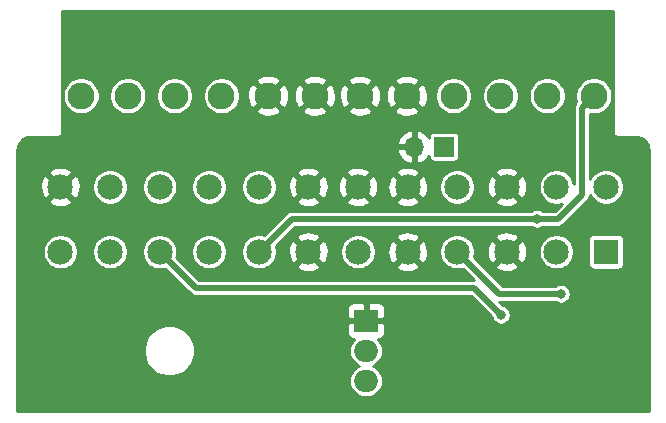
<source format=gbr>
%TF.GenerationSoftware,KiCad,Pcbnew,(5.1.6)-1*%
%TF.CreationDate,2022-02-21T08:46:32-05:00*%
%TF.ProjectId,PICO-AT,5049434f-2d41-4542-9e6b-696361645f70,rev?*%
%TF.SameCoordinates,Original*%
%TF.FileFunction,Copper,L1,Top*%
%TF.FilePolarity,Positive*%
%FSLAX46Y46*%
G04 Gerber Fmt 4.6, Leading zero omitted, Abs format (unit mm)*
G04 Created by KiCad (PCBNEW (5.1.6)-1) date 2022-02-21 08:46:32*
%MOMM*%
%LPD*%
G01*
G04 APERTURE LIST*
%TA.AperFunction,ComponentPad*%
%ADD10C,2.280000*%
%TD*%
%TA.AperFunction,ComponentPad*%
%ADD11R,2.150000X2.150000*%
%TD*%
%TA.AperFunction,ComponentPad*%
%ADD12C,2.150000*%
%TD*%
%TA.AperFunction,ComponentPad*%
%ADD13R,2.000000X1.905000*%
%TD*%
%TA.AperFunction,ComponentPad*%
%ADD14O,2.000000X1.905000*%
%TD*%
%TA.AperFunction,ComponentPad*%
%ADD15R,1.700000X1.700000*%
%TD*%
%TA.AperFunction,ComponentPad*%
%ADD16O,1.700000X1.700000*%
%TD*%
%TA.AperFunction,ViaPad*%
%ADD17C,0.800000*%
%TD*%
%TA.AperFunction,Conductor*%
%ADD18C,0.500000*%
%TD*%
%TA.AperFunction,Conductor*%
%ADD19C,0.254000*%
%TD*%
G04 APERTURE END LIST*
D10*
%TO.P,J1,1*%
%TO.N,/GND*%
X151130000Y-94488000D03*
%TO.P,J1,2*%
X155090000Y-94488000D03*
%TO.P,J1,3*%
%TO.N,/-12V*%
X159050000Y-94488000D03*
%TO.P,J1,4*%
%TO.N,/12V*%
X163010000Y-94488000D03*
%TO.P,J1,5*%
%TO.N,/5V*%
X166970000Y-94488000D03*
%TO.P,J1,6*%
%TO.N,/PG*%
X170930000Y-94488000D03*
%TD*%
%TO.P,J2,6*%
%TO.N,/GND*%
X147308000Y-94488000D03*
%TO.P,J2,5*%
X143348000Y-94488000D03*
%TO.P,J2,4*%
%TO.N,/-5V*%
X139388000Y-94488000D03*
%TO.P,J2,3*%
%TO.N,/5V*%
X135428000Y-94488000D03*
%TO.P,J2,2*%
X131468000Y-94488000D03*
%TO.P,J2,1*%
X127508000Y-94488000D03*
%TD*%
D11*
%TO.P,J3,1*%
%TO.N,/3.3V*%
X171958000Y-107696000D03*
D12*
%TO.P,J3,2*%
X167758000Y-107696000D03*
%TO.P,J3,3*%
%TO.N,/GND*%
X163558000Y-107696000D03*
%TO.P,J3,4*%
%TO.N,/5V*%
X159358000Y-107696000D03*
%TO.P,J3,5*%
%TO.N,/GND*%
X155158000Y-107696000D03*
%TO.P,J3,6*%
%TO.N,/5V*%
X150958000Y-107696000D03*
%TO.P,J3,7*%
%TO.N,/GND*%
X146758000Y-107696000D03*
%TO.P,J3,8*%
%TO.N,/PG*%
X142558000Y-107696000D03*
%TO.P,J3,9*%
%TO.N,/5VSB*%
X138358000Y-107696000D03*
%TO.P,J3,10*%
%TO.N,/12V*%
X134158000Y-107696000D03*
%TO.P,J3,11*%
X129958000Y-107696000D03*
%TO.P,J3,12*%
%TO.N,/3.3V*%
X125758000Y-107696000D03*
%TO.P,J3,13*%
X171958000Y-102196000D03*
%TO.P,J3,14*%
%TO.N,/-12V*%
X167758000Y-102196000D03*
%TO.P,J3,15*%
%TO.N,/GND*%
X163558000Y-102196000D03*
%TO.P,J3,16*%
%TO.N,/PS-ON*%
X159358000Y-102196000D03*
%TO.P,J3,17*%
%TO.N,/GND*%
X155158000Y-102196000D03*
%TO.P,J3,18*%
X150958000Y-102196000D03*
%TO.P,J3,19*%
X146758000Y-102196000D03*
%TO.P,J3,20*%
%TO.N,Net-(J3-Pad20)*%
X142558000Y-102196000D03*
%TO.P,J3,21*%
%TO.N,/5V*%
X138358000Y-102196000D03*
%TO.P,J3,22*%
X134158000Y-102196000D03*
%TO.P,J3,23*%
X129958000Y-102196000D03*
%TO.P,J3,24*%
%TO.N,/GND*%
X125758000Y-102196000D03*
%TD*%
D13*
%TO.P,U1,1*%
%TO.N,/GND*%
X151638000Y-113538000D03*
D14*
%TO.P,U1,2*%
%TO.N,/-12V*%
X151638000Y-116078000D03*
%TO.P,U1,3*%
%TO.N,/-5V*%
X151638000Y-118618000D03*
%TD*%
D15*
%TO.P,PWR,1*%
%TO.N,/PS-ON*%
X158242000Y-98806000D03*
D16*
%TO.P,PWR,2*%
%TO.N,/GND*%
X155702000Y-98806000D03*
%TD*%
D17*
%TO.N,/12V*%
X163068000Y-113030000D03*
%TO.N,/5V*%
X168148000Y-111252000D03*
%TO.N,/PG*%
X166116000Y-104902000D03*
%TD*%
D18*
%TO.N,/12V*%
X160782000Y-110744000D02*
X163068000Y-113030000D01*
X134158000Y-107696000D02*
X137206000Y-110744000D01*
X137206000Y-110744000D02*
X160782000Y-110744000D01*
%TO.N,/5V*%
X159358000Y-107696000D02*
X162914000Y-111252000D01*
X162914000Y-111252000D02*
X168148000Y-111252000D01*
%TO.N,/PG*%
X145352000Y-104902000D02*
X142558000Y-107696000D01*
X169926000Y-102870000D02*
X167894000Y-104902000D01*
X170930000Y-94488000D02*
X169926000Y-95492000D01*
X169926000Y-95492000D02*
X169926000Y-102870000D01*
X167894000Y-104902000D02*
X166116000Y-104902000D01*
X166116000Y-104902000D02*
X145352000Y-104902000D01*
%TD*%
D19*
%TO.N,/GND*%
G36*
X172522000Y-97513795D02*
G01*
X172519813Y-97536000D01*
X172528540Y-97624607D01*
X172554386Y-97709810D01*
X172596357Y-97788333D01*
X172642825Y-97844954D01*
X172652841Y-97857159D01*
X172721667Y-97913643D01*
X172800190Y-97955614D01*
X172885393Y-97981460D01*
X172974000Y-97990187D01*
X172996205Y-97988000D01*
X174475892Y-97988000D01*
X174705800Y-98010542D01*
X174905678Y-98070889D01*
X175090039Y-98168916D01*
X175251839Y-98300876D01*
X175384932Y-98461759D01*
X175484240Y-98645425D01*
X175545981Y-98844878D01*
X175570001Y-99073411D01*
X175570000Y-121214000D01*
X122118000Y-121214000D01*
X122118000Y-115863584D01*
X132801000Y-115863584D01*
X132801000Y-116292416D01*
X132884660Y-116713008D01*
X133048767Y-117109196D01*
X133287013Y-117465757D01*
X133590243Y-117768987D01*
X133946804Y-118007233D01*
X134342992Y-118171340D01*
X134763584Y-118255000D01*
X135192416Y-118255000D01*
X135613008Y-118171340D01*
X136009196Y-118007233D01*
X136365757Y-117768987D01*
X136668987Y-117465757D01*
X136907233Y-117109196D01*
X137071340Y-116713008D01*
X137155000Y-116292416D01*
X137155000Y-115863584D01*
X137071340Y-115442992D01*
X136907233Y-115046804D01*
X136668987Y-114690243D01*
X136469244Y-114490500D01*
X149999928Y-114490500D01*
X150012188Y-114614982D01*
X150048498Y-114734680D01*
X150107463Y-114844994D01*
X150186815Y-114941685D01*
X150283506Y-115021037D01*
X150393820Y-115080002D01*
X150513518Y-115116312D01*
X150589052Y-115123751D01*
X150437938Y-115307883D01*
X150309842Y-115547534D01*
X150230961Y-115807571D01*
X150204326Y-116078000D01*
X150230961Y-116348429D01*
X150309842Y-116608466D01*
X150437938Y-116848117D01*
X150610327Y-117058173D01*
X150820383Y-117230562D01*
X151040094Y-117348000D01*
X150820383Y-117465438D01*
X150610327Y-117637827D01*
X150437938Y-117847883D01*
X150309842Y-118087534D01*
X150230961Y-118347571D01*
X150204326Y-118618000D01*
X150230961Y-118888429D01*
X150309842Y-119148466D01*
X150437938Y-119388117D01*
X150610327Y-119598173D01*
X150820383Y-119770562D01*
X151060034Y-119898658D01*
X151320071Y-119977539D01*
X151522738Y-119997500D01*
X151753262Y-119997500D01*
X151955929Y-119977539D01*
X152215966Y-119898658D01*
X152455617Y-119770562D01*
X152665673Y-119598173D01*
X152838062Y-119388117D01*
X152966158Y-119148466D01*
X153045039Y-118888429D01*
X153071674Y-118618000D01*
X153045039Y-118347571D01*
X152966158Y-118087534D01*
X152838062Y-117847883D01*
X152665673Y-117637827D01*
X152455617Y-117465438D01*
X152235906Y-117348000D01*
X152455617Y-117230562D01*
X152665673Y-117058173D01*
X152838062Y-116848117D01*
X152966158Y-116608466D01*
X153045039Y-116348429D01*
X153071674Y-116078000D01*
X153045039Y-115807571D01*
X152966158Y-115547534D01*
X152838062Y-115307883D01*
X152686948Y-115123751D01*
X152762482Y-115116312D01*
X152882180Y-115080002D01*
X152992494Y-115021037D01*
X153089185Y-114941685D01*
X153168537Y-114844994D01*
X153227502Y-114734680D01*
X153263812Y-114614982D01*
X153276072Y-114490500D01*
X153273000Y-113823750D01*
X153114250Y-113665000D01*
X151765000Y-113665000D01*
X151765000Y-113685000D01*
X151511000Y-113685000D01*
X151511000Y-113665000D01*
X150161750Y-113665000D01*
X150003000Y-113823750D01*
X149999928Y-114490500D01*
X136469244Y-114490500D01*
X136365757Y-114387013D01*
X136009196Y-114148767D01*
X135613008Y-113984660D01*
X135192416Y-113901000D01*
X134763584Y-113901000D01*
X134342992Y-113984660D01*
X133946804Y-114148767D01*
X133590243Y-114387013D01*
X133287013Y-114690243D01*
X133048767Y-115046804D01*
X132884660Y-115442992D01*
X132801000Y-115863584D01*
X122118000Y-115863584D01*
X122118000Y-112585500D01*
X149999928Y-112585500D01*
X150003000Y-113252250D01*
X150161750Y-113411000D01*
X151511000Y-113411000D01*
X151511000Y-112109250D01*
X151765000Y-112109250D01*
X151765000Y-113411000D01*
X153114250Y-113411000D01*
X153273000Y-113252250D01*
X153276072Y-112585500D01*
X153263812Y-112461018D01*
X153227502Y-112341320D01*
X153168537Y-112231006D01*
X153089185Y-112134315D01*
X152992494Y-112054963D01*
X152882180Y-111995998D01*
X152762482Y-111959688D01*
X152638000Y-111947428D01*
X151923750Y-111950500D01*
X151765000Y-112109250D01*
X151511000Y-112109250D01*
X151352250Y-111950500D01*
X150638000Y-111947428D01*
X150513518Y-111959688D01*
X150393820Y-111995998D01*
X150283506Y-112054963D01*
X150186815Y-112134315D01*
X150107463Y-112231006D01*
X150048498Y-112341320D01*
X150012188Y-112461018D01*
X149999928Y-112585500D01*
X122118000Y-112585500D01*
X122118000Y-107548066D01*
X124256000Y-107548066D01*
X124256000Y-107843934D01*
X124313721Y-108134117D01*
X124426944Y-108407464D01*
X124591320Y-108653469D01*
X124800531Y-108862680D01*
X125046536Y-109027056D01*
X125319883Y-109140279D01*
X125610066Y-109198000D01*
X125905934Y-109198000D01*
X126196117Y-109140279D01*
X126469464Y-109027056D01*
X126715469Y-108862680D01*
X126924680Y-108653469D01*
X127089056Y-108407464D01*
X127202279Y-108134117D01*
X127260000Y-107843934D01*
X127260000Y-107548066D01*
X128456000Y-107548066D01*
X128456000Y-107843934D01*
X128513721Y-108134117D01*
X128626944Y-108407464D01*
X128791320Y-108653469D01*
X129000531Y-108862680D01*
X129246536Y-109027056D01*
X129519883Y-109140279D01*
X129810066Y-109198000D01*
X130105934Y-109198000D01*
X130396117Y-109140279D01*
X130669464Y-109027056D01*
X130915469Y-108862680D01*
X131124680Y-108653469D01*
X131289056Y-108407464D01*
X131402279Y-108134117D01*
X131460000Y-107843934D01*
X131460000Y-107548066D01*
X132656000Y-107548066D01*
X132656000Y-107843934D01*
X132713721Y-108134117D01*
X132826944Y-108407464D01*
X132991320Y-108653469D01*
X133200531Y-108862680D01*
X133446536Y-109027056D01*
X133719883Y-109140279D01*
X134010066Y-109198000D01*
X134305934Y-109198000D01*
X134596117Y-109140279D01*
X134630581Y-109126004D01*
X136703778Y-111199201D01*
X136724973Y-111225027D01*
X136828059Y-111309628D01*
X136945670Y-111372492D01*
X137073285Y-111411204D01*
X137172748Y-111421000D01*
X137172755Y-111421000D01*
X137206000Y-111424274D01*
X137239245Y-111421000D01*
X160501578Y-111421000D01*
X162253160Y-113172582D01*
X162272782Y-113271227D01*
X162335123Y-113421731D01*
X162425628Y-113557181D01*
X162540819Y-113672372D01*
X162676269Y-113762877D01*
X162826773Y-113825218D01*
X162986548Y-113857000D01*
X163149452Y-113857000D01*
X163309227Y-113825218D01*
X163459731Y-113762877D01*
X163595181Y-113672372D01*
X163710372Y-113557181D01*
X163800877Y-113421731D01*
X163863218Y-113271227D01*
X163895000Y-113111452D01*
X163895000Y-112948548D01*
X163863218Y-112788773D01*
X163800877Y-112638269D01*
X163710372Y-112502819D01*
X163595181Y-112387628D01*
X163459731Y-112297123D01*
X163309227Y-112234782D01*
X163210582Y-112215160D01*
X162926468Y-111931046D01*
X162947241Y-111929000D01*
X167672643Y-111929000D01*
X167756269Y-111984877D01*
X167906773Y-112047218D01*
X168066548Y-112079000D01*
X168229452Y-112079000D01*
X168389227Y-112047218D01*
X168539731Y-111984877D01*
X168675181Y-111894372D01*
X168790372Y-111779181D01*
X168880877Y-111643731D01*
X168943218Y-111493227D01*
X168975000Y-111333452D01*
X168975000Y-111170548D01*
X168943218Y-111010773D01*
X168880877Y-110860269D01*
X168790372Y-110724819D01*
X168675181Y-110609628D01*
X168539731Y-110519123D01*
X168389227Y-110456782D01*
X168229452Y-110425000D01*
X168066548Y-110425000D01*
X167906773Y-110456782D01*
X167756269Y-110519123D01*
X167672643Y-110575000D01*
X163194422Y-110575000D01*
X161504312Y-108884890D01*
X162548715Y-108884890D01*
X162653531Y-109156959D01*
X162955929Y-109305340D01*
X163281465Y-109391875D01*
X163617627Y-109413239D01*
X163951498Y-109368610D01*
X164270247Y-109259704D01*
X164462469Y-109156959D01*
X164567285Y-108884890D01*
X163558000Y-107875605D01*
X162548715Y-108884890D01*
X161504312Y-108884890D01*
X160788003Y-108168581D01*
X160802279Y-108134117D01*
X160860000Y-107843934D01*
X160860000Y-107755627D01*
X161840761Y-107755627D01*
X161885390Y-108089498D01*
X161994296Y-108408247D01*
X162097041Y-108600469D01*
X162369110Y-108705285D01*
X163378395Y-107696000D01*
X163737605Y-107696000D01*
X164746890Y-108705285D01*
X165018959Y-108600469D01*
X165167340Y-108298071D01*
X165253875Y-107972535D01*
X165275239Y-107636373D01*
X165263435Y-107548066D01*
X166256000Y-107548066D01*
X166256000Y-107843934D01*
X166313721Y-108134117D01*
X166426944Y-108407464D01*
X166591320Y-108653469D01*
X166800531Y-108862680D01*
X167046536Y-109027056D01*
X167319883Y-109140279D01*
X167610066Y-109198000D01*
X167905934Y-109198000D01*
X168196117Y-109140279D01*
X168469464Y-109027056D01*
X168715469Y-108862680D01*
X168924680Y-108653469D01*
X169089056Y-108407464D01*
X169202279Y-108134117D01*
X169260000Y-107843934D01*
X169260000Y-107548066D01*
X169202279Y-107257883D01*
X169089056Y-106984536D01*
X168924680Y-106738531D01*
X168807149Y-106621000D01*
X170453934Y-106621000D01*
X170453934Y-108771000D01*
X170462178Y-108854707D01*
X170486595Y-108935196D01*
X170526245Y-109009376D01*
X170579605Y-109074395D01*
X170644624Y-109127755D01*
X170718804Y-109167405D01*
X170799293Y-109191822D01*
X170883000Y-109200066D01*
X173033000Y-109200066D01*
X173116707Y-109191822D01*
X173197196Y-109167405D01*
X173271376Y-109127755D01*
X173336395Y-109074395D01*
X173389755Y-109009376D01*
X173429405Y-108935196D01*
X173453822Y-108854707D01*
X173462066Y-108771000D01*
X173462066Y-106621000D01*
X173453822Y-106537293D01*
X173429405Y-106456804D01*
X173389755Y-106382624D01*
X173336395Y-106317605D01*
X173271376Y-106264245D01*
X173197196Y-106224595D01*
X173116707Y-106200178D01*
X173033000Y-106191934D01*
X170883000Y-106191934D01*
X170799293Y-106200178D01*
X170718804Y-106224595D01*
X170644624Y-106264245D01*
X170579605Y-106317605D01*
X170526245Y-106382624D01*
X170486595Y-106456804D01*
X170462178Y-106537293D01*
X170453934Y-106621000D01*
X168807149Y-106621000D01*
X168715469Y-106529320D01*
X168469464Y-106364944D01*
X168196117Y-106251721D01*
X167905934Y-106194000D01*
X167610066Y-106194000D01*
X167319883Y-106251721D01*
X167046536Y-106364944D01*
X166800531Y-106529320D01*
X166591320Y-106738531D01*
X166426944Y-106984536D01*
X166313721Y-107257883D01*
X166256000Y-107548066D01*
X165263435Y-107548066D01*
X165230610Y-107302502D01*
X165121704Y-106983753D01*
X165018959Y-106791531D01*
X164746890Y-106686715D01*
X163737605Y-107696000D01*
X163378395Y-107696000D01*
X162369110Y-106686715D01*
X162097041Y-106791531D01*
X161948660Y-107093929D01*
X161862125Y-107419465D01*
X161840761Y-107755627D01*
X160860000Y-107755627D01*
X160860000Y-107548066D01*
X160802279Y-107257883D01*
X160689056Y-106984536D01*
X160524680Y-106738531D01*
X160315469Y-106529320D01*
X160282230Y-106507110D01*
X162548715Y-106507110D01*
X163558000Y-107516395D01*
X164567285Y-106507110D01*
X164462469Y-106235041D01*
X164160071Y-106086660D01*
X163834535Y-106000125D01*
X163498373Y-105978761D01*
X163164502Y-106023390D01*
X162845753Y-106132296D01*
X162653531Y-106235041D01*
X162548715Y-106507110D01*
X160282230Y-106507110D01*
X160069464Y-106364944D01*
X159796117Y-106251721D01*
X159505934Y-106194000D01*
X159210066Y-106194000D01*
X158919883Y-106251721D01*
X158646536Y-106364944D01*
X158400531Y-106529320D01*
X158191320Y-106738531D01*
X158026944Y-106984536D01*
X157913721Y-107257883D01*
X157856000Y-107548066D01*
X157856000Y-107843934D01*
X157913721Y-108134117D01*
X158026944Y-108407464D01*
X158191320Y-108653469D01*
X158400531Y-108862680D01*
X158646536Y-109027056D01*
X158919883Y-109140279D01*
X159210066Y-109198000D01*
X159505934Y-109198000D01*
X159796117Y-109140279D01*
X159830581Y-109126003D01*
X160769532Y-110064954D01*
X160748755Y-110067000D01*
X137486423Y-110067000D01*
X135588004Y-108168581D01*
X135602279Y-108134117D01*
X135660000Y-107843934D01*
X135660000Y-107548066D01*
X136856000Y-107548066D01*
X136856000Y-107843934D01*
X136913721Y-108134117D01*
X137026944Y-108407464D01*
X137191320Y-108653469D01*
X137400531Y-108862680D01*
X137646536Y-109027056D01*
X137919883Y-109140279D01*
X138210066Y-109198000D01*
X138505934Y-109198000D01*
X138796117Y-109140279D01*
X139069464Y-109027056D01*
X139315469Y-108862680D01*
X139524680Y-108653469D01*
X139689056Y-108407464D01*
X139802279Y-108134117D01*
X139860000Y-107843934D01*
X139860000Y-107548066D01*
X141056000Y-107548066D01*
X141056000Y-107843934D01*
X141113721Y-108134117D01*
X141226944Y-108407464D01*
X141391320Y-108653469D01*
X141600531Y-108862680D01*
X141846536Y-109027056D01*
X142119883Y-109140279D01*
X142410066Y-109198000D01*
X142705934Y-109198000D01*
X142996117Y-109140279D01*
X143269464Y-109027056D01*
X143482229Y-108884890D01*
X145748715Y-108884890D01*
X145853531Y-109156959D01*
X146155929Y-109305340D01*
X146481465Y-109391875D01*
X146817627Y-109413239D01*
X147151498Y-109368610D01*
X147470247Y-109259704D01*
X147662469Y-109156959D01*
X147767285Y-108884890D01*
X146758000Y-107875605D01*
X145748715Y-108884890D01*
X143482229Y-108884890D01*
X143515469Y-108862680D01*
X143724680Y-108653469D01*
X143889056Y-108407464D01*
X144002279Y-108134117D01*
X144060000Y-107843934D01*
X144060000Y-107755627D01*
X145040761Y-107755627D01*
X145085390Y-108089498D01*
X145194296Y-108408247D01*
X145297041Y-108600469D01*
X145569110Y-108705285D01*
X146578395Y-107696000D01*
X146937605Y-107696000D01*
X147946890Y-108705285D01*
X148218959Y-108600469D01*
X148367340Y-108298071D01*
X148453875Y-107972535D01*
X148475239Y-107636373D01*
X148463435Y-107548066D01*
X149456000Y-107548066D01*
X149456000Y-107843934D01*
X149513721Y-108134117D01*
X149626944Y-108407464D01*
X149791320Y-108653469D01*
X150000531Y-108862680D01*
X150246536Y-109027056D01*
X150519883Y-109140279D01*
X150810066Y-109198000D01*
X151105934Y-109198000D01*
X151396117Y-109140279D01*
X151669464Y-109027056D01*
X151882229Y-108884890D01*
X154148715Y-108884890D01*
X154253531Y-109156959D01*
X154555929Y-109305340D01*
X154881465Y-109391875D01*
X155217627Y-109413239D01*
X155551498Y-109368610D01*
X155870247Y-109259704D01*
X156062469Y-109156959D01*
X156167285Y-108884890D01*
X155158000Y-107875605D01*
X154148715Y-108884890D01*
X151882229Y-108884890D01*
X151915469Y-108862680D01*
X152124680Y-108653469D01*
X152289056Y-108407464D01*
X152402279Y-108134117D01*
X152460000Y-107843934D01*
X152460000Y-107755627D01*
X153440761Y-107755627D01*
X153485390Y-108089498D01*
X153594296Y-108408247D01*
X153697041Y-108600469D01*
X153969110Y-108705285D01*
X154978395Y-107696000D01*
X155337605Y-107696000D01*
X156346890Y-108705285D01*
X156618959Y-108600469D01*
X156767340Y-108298071D01*
X156853875Y-107972535D01*
X156875239Y-107636373D01*
X156830610Y-107302502D01*
X156721704Y-106983753D01*
X156618959Y-106791531D01*
X156346890Y-106686715D01*
X155337605Y-107696000D01*
X154978395Y-107696000D01*
X153969110Y-106686715D01*
X153697041Y-106791531D01*
X153548660Y-107093929D01*
X153462125Y-107419465D01*
X153440761Y-107755627D01*
X152460000Y-107755627D01*
X152460000Y-107548066D01*
X152402279Y-107257883D01*
X152289056Y-106984536D01*
X152124680Y-106738531D01*
X151915469Y-106529320D01*
X151882230Y-106507110D01*
X154148715Y-106507110D01*
X155158000Y-107516395D01*
X156167285Y-106507110D01*
X156062469Y-106235041D01*
X155760071Y-106086660D01*
X155434535Y-106000125D01*
X155098373Y-105978761D01*
X154764502Y-106023390D01*
X154445753Y-106132296D01*
X154253531Y-106235041D01*
X154148715Y-106507110D01*
X151882230Y-106507110D01*
X151669464Y-106364944D01*
X151396117Y-106251721D01*
X151105934Y-106194000D01*
X150810066Y-106194000D01*
X150519883Y-106251721D01*
X150246536Y-106364944D01*
X150000531Y-106529320D01*
X149791320Y-106738531D01*
X149626944Y-106984536D01*
X149513721Y-107257883D01*
X149456000Y-107548066D01*
X148463435Y-107548066D01*
X148430610Y-107302502D01*
X148321704Y-106983753D01*
X148218959Y-106791531D01*
X147946890Y-106686715D01*
X146937605Y-107696000D01*
X146578395Y-107696000D01*
X145569110Y-106686715D01*
X145297041Y-106791531D01*
X145148660Y-107093929D01*
X145062125Y-107419465D01*
X145040761Y-107755627D01*
X144060000Y-107755627D01*
X144060000Y-107548066D01*
X144002279Y-107257883D01*
X143988004Y-107223419D01*
X144704313Y-106507110D01*
X145748715Y-106507110D01*
X146758000Y-107516395D01*
X147767285Y-106507110D01*
X147662469Y-106235041D01*
X147360071Y-106086660D01*
X147034535Y-106000125D01*
X146698373Y-105978761D01*
X146364502Y-106023390D01*
X146045753Y-106132296D01*
X145853531Y-106235041D01*
X145748715Y-106507110D01*
X144704313Y-106507110D01*
X145632423Y-105579000D01*
X165640643Y-105579000D01*
X165724269Y-105634877D01*
X165874773Y-105697218D01*
X166034548Y-105729000D01*
X166197452Y-105729000D01*
X166357227Y-105697218D01*
X166507731Y-105634877D01*
X166591357Y-105579000D01*
X167860755Y-105579000D01*
X167894000Y-105582274D01*
X167927245Y-105579000D01*
X167927252Y-105579000D01*
X168026715Y-105569204D01*
X168154330Y-105530492D01*
X168271941Y-105467628D01*
X168375027Y-105383027D01*
X168396226Y-105357196D01*
X170381201Y-103372222D01*
X170407027Y-103351027D01*
X170491628Y-103247941D01*
X170554492Y-103130330D01*
X170593204Y-103002715D01*
X170603000Y-102903252D01*
X170603000Y-102903245D01*
X170606274Y-102870000D01*
X170604667Y-102853682D01*
X170626944Y-102907464D01*
X170791320Y-103153469D01*
X171000531Y-103362680D01*
X171246536Y-103527056D01*
X171519883Y-103640279D01*
X171810066Y-103698000D01*
X172105934Y-103698000D01*
X172396117Y-103640279D01*
X172669464Y-103527056D01*
X172915469Y-103362680D01*
X173124680Y-103153469D01*
X173289056Y-102907464D01*
X173402279Y-102634117D01*
X173460000Y-102343934D01*
X173460000Y-102048066D01*
X173402279Y-101757883D01*
X173289056Y-101484536D01*
X173124680Y-101238531D01*
X172915469Y-101029320D01*
X172669464Y-100864944D01*
X172396117Y-100751721D01*
X172105934Y-100694000D01*
X171810066Y-100694000D01*
X171519883Y-100751721D01*
X171246536Y-100864944D01*
X171000531Y-101029320D01*
X170791320Y-101238531D01*
X170626944Y-101484536D01*
X170603000Y-101542342D01*
X170603000Y-96020655D01*
X170775664Y-96055000D01*
X171084336Y-96055000D01*
X171387077Y-95994781D01*
X171672253Y-95876657D01*
X171928904Y-95705168D01*
X172147168Y-95486904D01*
X172318657Y-95230253D01*
X172436781Y-94945077D01*
X172497000Y-94642336D01*
X172497000Y-94333664D01*
X172436781Y-94030923D01*
X172318657Y-93745747D01*
X172147168Y-93489096D01*
X171928904Y-93270832D01*
X171672253Y-93099343D01*
X171387077Y-92981219D01*
X171084336Y-92921000D01*
X170775664Y-92921000D01*
X170472923Y-92981219D01*
X170187747Y-93099343D01*
X169931096Y-93270832D01*
X169712832Y-93489096D01*
X169541343Y-93745747D01*
X169423219Y-94030923D01*
X169363000Y-94333664D01*
X169363000Y-94642336D01*
X169423219Y-94945077D01*
X169449109Y-95007580D01*
X169444973Y-95010974D01*
X169360372Y-95114060D01*
X169297508Y-95231671D01*
X169258796Y-95359286D01*
X169249000Y-95458749D01*
X169249000Y-95458755D01*
X169245726Y-95492000D01*
X169249000Y-95525245D01*
X169249001Y-101992770D01*
X169202279Y-101757883D01*
X169089056Y-101484536D01*
X168924680Y-101238531D01*
X168715469Y-101029320D01*
X168469464Y-100864944D01*
X168196117Y-100751721D01*
X167905934Y-100694000D01*
X167610066Y-100694000D01*
X167319883Y-100751721D01*
X167046536Y-100864944D01*
X166800531Y-101029320D01*
X166591320Y-101238531D01*
X166426944Y-101484536D01*
X166313721Y-101757883D01*
X166256000Y-102048066D01*
X166256000Y-102343934D01*
X166313721Y-102634117D01*
X166426944Y-102907464D01*
X166591320Y-103153469D01*
X166800531Y-103362680D01*
X167046536Y-103527056D01*
X167319883Y-103640279D01*
X167610066Y-103698000D01*
X167905934Y-103698000D01*
X168196117Y-103640279D01*
X168199841Y-103638736D01*
X167613578Y-104225000D01*
X166591357Y-104225000D01*
X166507731Y-104169123D01*
X166357227Y-104106782D01*
X166197452Y-104075000D01*
X166034548Y-104075000D01*
X165874773Y-104106782D01*
X165724269Y-104169123D01*
X165640643Y-104225000D01*
X145385252Y-104225000D01*
X145352000Y-104221725D01*
X145318748Y-104225000D01*
X145219285Y-104234796D01*
X145091670Y-104273508D01*
X144974059Y-104336372D01*
X144870973Y-104420973D01*
X144849778Y-104446799D01*
X143030581Y-106265996D01*
X142996117Y-106251721D01*
X142705934Y-106194000D01*
X142410066Y-106194000D01*
X142119883Y-106251721D01*
X141846536Y-106364944D01*
X141600531Y-106529320D01*
X141391320Y-106738531D01*
X141226944Y-106984536D01*
X141113721Y-107257883D01*
X141056000Y-107548066D01*
X139860000Y-107548066D01*
X139802279Y-107257883D01*
X139689056Y-106984536D01*
X139524680Y-106738531D01*
X139315469Y-106529320D01*
X139069464Y-106364944D01*
X138796117Y-106251721D01*
X138505934Y-106194000D01*
X138210066Y-106194000D01*
X137919883Y-106251721D01*
X137646536Y-106364944D01*
X137400531Y-106529320D01*
X137191320Y-106738531D01*
X137026944Y-106984536D01*
X136913721Y-107257883D01*
X136856000Y-107548066D01*
X135660000Y-107548066D01*
X135602279Y-107257883D01*
X135489056Y-106984536D01*
X135324680Y-106738531D01*
X135115469Y-106529320D01*
X134869464Y-106364944D01*
X134596117Y-106251721D01*
X134305934Y-106194000D01*
X134010066Y-106194000D01*
X133719883Y-106251721D01*
X133446536Y-106364944D01*
X133200531Y-106529320D01*
X132991320Y-106738531D01*
X132826944Y-106984536D01*
X132713721Y-107257883D01*
X132656000Y-107548066D01*
X131460000Y-107548066D01*
X131402279Y-107257883D01*
X131289056Y-106984536D01*
X131124680Y-106738531D01*
X130915469Y-106529320D01*
X130669464Y-106364944D01*
X130396117Y-106251721D01*
X130105934Y-106194000D01*
X129810066Y-106194000D01*
X129519883Y-106251721D01*
X129246536Y-106364944D01*
X129000531Y-106529320D01*
X128791320Y-106738531D01*
X128626944Y-106984536D01*
X128513721Y-107257883D01*
X128456000Y-107548066D01*
X127260000Y-107548066D01*
X127202279Y-107257883D01*
X127089056Y-106984536D01*
X126924680Y-106738531D01*
X126715469Y-106529320D01*
X126469464Y-106364944D01*
X126196117Y-106251721D01*
X125905934Y-106194000D01*
X125610066Y-106194000D01*
X125319883Y-106251721D01*
X125046536Y-106364944D01*
X124800531Y-106529320D01*
X124591320Y-106738531D01*
X124426944Y-106984536D01*
X124313721Y-107257883D01*
X124256000Y-107548066D01*
X122118000Y-107548066D01*
X122118000Y-103384890D01*
X124748715Y-103384890D01*
X124853531Y-103656959D01*
X125155929Y-103805340D01*
X125481465Y-103891875D01*
X125817627Y-103913239D01*
X126151498Y-103868610D01*
X126470247Y-103759704D01*
X126662469Y-103656959D01*
X126767285Y-103384890D01*
X125758000Y-102375605D01*
X124748715Y-103384890D01*
X122118000Y-103384890D01*
X122118000Y-102255627D01*
X124040761Y-102255627D01*
X124085390Y-102589498D01*
X124194296Y-102908247D01*
X124297041Y-103100469D01*
X124569110Y-103205285D01*
X125578395Y-102196000D01*
X125937605Y-102196000D01*
X126946890Y-103205285D01*
X127218959Y-103100469D01*
X127367340Y-102798071D01*
X127453875Y-102472535D01*
X127475239Y-102136373D01*
X127463435Y-102048066D01*
X128456000Y-102048066D01*
X128456000Y-102343934D01*
X128513721Y-102634117D01*
X128626944Y-102907464D01*
X128791320Y-103153469D01*
X129000531Y-103362680D01*
X129246536Y-103527056D01*
X129519883Y-103640279D01*
X129810066Y-103698000D01*
X130105934Y-103698000D01*
X130396117Y-103640279D01*
X130669464Y-103527056D01*
X130915469Y-103362680D01*
X131124680Y-103153469D01*
X131289056Y-102907464D01*
X131402279Y-102634117D01*
X131460000Y-102343934D01*
X131460000Y-102048066D01*
X132656000Y-102048066D01*
X132656000Y-102343934D01*
X132713721Y-102634117D01*
X132826944Y-102907464D01*
X132991320Y-103153469D01*
X133200531Y-103362680D01*
X133446536Y-103527056D01*
X133719883Y-103640279D01*
X134010066Y-103698000D01*
X134305934Y-103698000D01*
X134596117Y-103640279D01*
X134869464Y-103527056D01*
X135115469Y-103362680D01*
X135324680Y-103153469D01*
X135489056Y-102907464D01*
X135602279Y-102634117D01*
X135660000Y-102343934D01*
X135660000Y-102048066D01*
X136856000Y-102048066D01*
X136856000Y-102343934D01*
X136913721Y-102634117D01*
X137026944Y-102907464D01*
X137191320Y-103153469D01*
X137400531Y-103362680D01*
X137646536Y-103527056D01*
X137919883Y-103640279D01*
X138210066Y-103698000D01*
X138505934Y-103698000D01*
X138796117Y-103640279D01*
X139069464Y-103527056D01*
X139315469Y-103362680D01*
X139524680Y-103153469D01*
X139689056Y-102907464D01*
X139802279Y-102634117D01*
X139860000Y-102343934D01*
X139860000Y-102048066D01*
X141056000Y-102048066D01*
X141056000Y-102343934D01*
X141113721Y-102634117D01*
X141226944Y-102907464D01*
X141391320Y-103153469D01*
X141600531Y-103362680D01*
X141846536Y-103527056D01*
X142119883Y-103640279D01*
X142410066Y-103698000D01*
X142705934Y-103698000D01*
X142996117Y-103640279D01*
X143269464Y-103527056D01*
X143482229Y-103384890D01*
X145748715Y-103384890D01*
X145853531Y-103656959D01*
X146155929Y-103805340D01*
X146481465Y-103891875D01*
X146817627Y-103913239D01*
X147151498Y-103868610D01*
X147470247Y-103759704D01*
X147662469Y-103656959D01*
X147767285Y-103384890D01*
X149948715Y-103384890D01*
X150053531Y-103656959D01*
X150355929Y-103805340D01*
X150681465Y-103891875D01*
X151017627Y-103913239D01*
X151351498Y-103868610D01*
X151670247Y-103759704D01*
X151862469Y-103656959D01*
X151967285Y-103384890D01*
X154148715Y-103384890D01*
X154253531Y-103656959D01*
X154555929Y-103805340D01*
X154881465Y-103891875D01*
X155217627Y-103913239D01*
X155551498Y-103868610D01*
X155870247Y-103759704D01*
X156062469Y-103656959D01*
X156167285Y-103384890D01*
X155158000Y-102375605D01*
X154148715Y-103384890D01*
X151967285Y-103384890D01*
X150958000Y-102375605D01*
X149948715Y-103384890D01*
X147767285Y-103384890D01*
X146758000Y-102375605D01*
X145748715Y-103384890D01*
X143482229Y-103384890D01*
X143515469Y-103362680D01*
X143724680Y-103153469D01*
X143889056Y-102907464D01*
X144002279Y-102634117D01*
X144060000Y-102343934D01*
X144060000Y-102255627D01*
X145040761Y-102255627D01*
X145085390Y-102589498D01*
X145194296Y-102908247D01*
X145297041Y-103100469D01*
X145569110Y-103205285D01*
X146578395Y-102196000D01*
X146937605Y-102196000D01*
X147946890Y-103205285D01*
X148218959Y-103100469D01*
X148367340Y-102798071D01*
X148453875Y-102472535D01*
X148467660Y-102255627D01*
X149240761Y-102255627D01*
X149285390Y-102589498D01*
X149394296Y-102908247D01*
X149497041Y-103100469D01*
X149769110Y-103205285D01*
X150778395Y-102196000D01*
X151137605Y-102196000D01*
X152146890Y-103205285D01*
X152418959Y-103100469D01*
X152567340Y-102798071D01*
X152653875Y-102472535D01*
X152667660Y-102255627D01*
X153440761Y-102255627D01*
X153485390Y-102589498D01*
X153594296Y-102908247D01*
X153697041Y-103100469D01*
X153969110Y-103205285D01*
X154978395Y-102196000D01*
X155337605Y-102196000D01*
X156346890Y-103205285D01*
X156618959Y-103100469D01*
X156767340Y-102798071D01*
X156853875Y-102472535D01*
X156875239Y-102136373D01*
X156863435Y-102048066D01*
X157856000Y-102048066D01*
X157856000Y-102343934D01*
X157913721Y-102634117D01*
X158026944Y-102907464D01*
X158191320Y-103153469D01*
X158400531Y-103362680D01*
X158646536Y-103527056D01*
X158919883Y-103640279D01*
X159210066Y-103698000D01*
X159505934Y-103698000D01*
X159796117Y-103640279D01*
X160069464Y-103527056D01*
X160282229Y-103384890D01*
X162548715Y-103384890D01*
X162653531Y-103656959D01*
X162955929Y-103805340D01*
X163281465Y-103891875D01*
X163617627Y-103913239D01*
X163951498Y-103868610D01*
X164270247Y-103759704D01*
X164462469Y-103656959D01*
X164567285Y-103384890D01*
X163558000Y-102375605D01*
X162548715Y-103384890D01*
X160282229Y-103384890D01*
X160315469Y-103362680D01*
X160524680Y-103153469D01*
X160689056Y-102907464D01*
X160802279Y-102634117D01*
X160860000Y-102343934D01*
X160860000Y-102255627D01*
X161840761Y-102255627D01*
X161885390Y-102589498D01*
X161994296Y-102908247D01*
X162097041Y-103100469D01*
X162369110Y-103205285D01*
X163378395Y-102196000D01*
X163737605Y-102196000D01*
X164746890Y-103205285D01*
X165018959Y-103100469D01*
X165167340Y-102798071D01*
X165253875Y-102472535D01*
X165275239Y-102136373D01*
X165230610Y-101802502D01*
X165121704Y-101483753D01*
X165018959Y-101291531D01*
X164746890Y-101186715D01*
X163737605Y-102196000D01*
X163378395Y-102196000D01*
X162369110Y-101186715D01*
X162097041Y-101291531D01*
X161948660Y-101593929D01*
X161862125Y-101919465D01*
X161840761Y-102255627D01*
X160860000Y-102255627D01*
X160860000Y-102048066D01*
X160802279Y-101757883D01*
X160689056Y-101484536D01*
X160524680Y-101238531D01*
X160315469Y-101029320D01*
X160282230Y-101007110D01*
X162548715Y-101007110D01*
X163558000Y-102016395D01*
X164567285Y-101007110D01*
X164462469Y-100735041D01*
X164160071Y-100586660D01*
X163834535Y-100500125D01*
X163498373Y-100478761D01*
X163164502Y-100523390D01*
X162845753Y-100632296D01*
X162653531Y-100735041D01*
X162548715Y-101007110D01*
X160282230Y-101007110D01*
X160069464Y-100864944D01*
X159796117Y-100751721D01*
X159505934Y-100694000D01*
X159210066Y-100694000D01*
X158919883Y-100751721D01*
X158646536Y-100864944D01*
X158400531Y-101029320D01*
X158191320Y-101238531D01*
X158026944Y-101484536D01*
X157913721Y-101757883D01*
X157856000Y-102048066D01*
X156863435Y-102048066D01*
X156830610Y-101802502D01*
X156721704Y-101483753D01*
X156618959Y-101291531D01*
X156346890Y-101186715D01*
X155337605Y-102196000D01*
X154978395Y-102196000D01*
X153969110Y-101186715D01*
X153697041Y-101291531D01*
X153548660Y-101593929D01*
X153462125Y-101919465D01*
X153440761Y-102255627D01*
X152667660Y-102255627D01*
X152675239Y-102136373D01*
X152630610Y-101802502D01*
X152521704Y-101483753D01*
X152418959Y-101291531D01*
X152146890Y-101186715D01*
X151137605Y-102196000D01*
X150778395Y-102196000D01*
X149769110Y-101186715D01*
X149497041Y-101291531D01*
X149348660Y-101593929D01*
X149262125Y-101919465D01*
X149240761Y-102255627D01*
X148467660Y-102255627D01*
X148475239Y-102136373D01*
X148430610Y-101802502D01*
X148321704Y-101483753D01*
X148218959Y-101291531D01*
X147946890Y-101186715D01*
X146937605Y-102196000D01*
X146578395Y-102196000D01*
X145569110Y-101186715D01*
X145297041Y-101291531D01*
X145148660Y-101593929D01*
X145062125Y-101919465D01*
X145040761Y-102255627D01*
X144060000Y-102255627D01*
X144060000Y-102048066D01*
X144002279Y-101757883D01*
X143889056Y-101484536D01*
X143724680Y-101238531D01*
X143515469Y-101029320D01*
X143482230Y-101007110D01*
X145748715Y-101007110D01*
X146758000Y-102016395D01*
X147767285Y-101007110D01*
X149948715Y-101007110D01*
X150958000Y-102016395D01*
X151967285Y-101007110D01*
X154148715Y-101007110D01*
X155158000Y-102016395D01*
X156167285Y-101007110D01*
X156062469Y-100735041D01*
X155760071Y-100586660D01*
X155434535Y-100500125D01*
X155098373Y-100478761D01*
X154764502Y-100523390D01*
X154445753Y-100632296D01*
X154253531Y-100735041D01*
X154148715Y-101007110D01*
X151967285Y-101007110D01*
X151862469Y-100735041D01*
X151560071Y-100586660D01*
X151234535Y-100500125D01*
X150898373Y-100478761D01*
X150564502Y-100523390D01*
X150245753Y-100632296D01*
X150053531Y-100735041D01*
X149948715Y-101007110D01*
X147767285Y-101007110D01*
X147662469Y-100735041D01*
X147360071Y-100586660D01*
X147034535Y-100500125D01*
X146698373Y-100478761D01*
X146364502Y-100523390D01*
X146045753Y-100632296D01*
X145853531Y-100735041D01*
X145748715Y-101007110D01*
X143482230Y-101007110D01*
X143269464Y-100864944D01*
X142996117Y-100751721D01*
X142705934Y-100694000D01*
X142410066Y-100694000D01*
X142119883Y-100751721D01*
X141846536Y-100864944D01*
X141600531Y-101029320D01*
X141391320Y-101238531D01*
X141226944Y-101484536D01*
X141113721Y-101757883D01*
X141056000Y-102048066D01*
X139860000Y-102048066D01*
X139802279Y-101757883D01*
X139689056Y-101484536D01*
X139524680Y-101238531D01*
X139315469Y-101029320D01*
X139069464Y-100864944D01*
X138796117Y-100751721D01*
X138505934Y-100694000D01*
X138210066Y-100694000D01*
X137919883Y-100751721D01*
X137646536Y-100864944D01*
X137400531Y-101029320D01*
X137191320Y-101238531D01*
X137026944Y-101484536D01*
X136913721Y-101757883D01*
X136856000Y-102048066D01*
X135660000Y-102048066D01*
X135602279Y-101757883D01*
X135489056Y-101484536D01*
X135324680Y-101238531D01*
X135115469Y-101029320D01*
X134869464Y-100864944D01*
X134596117Y-100751721D01*
X134305934Y-100694000D01*
X134010066Y-100694000D01*
X133719883Y-100751721D01*
X133446536Y-100864944D01*
X133200531Y-101029320D01*
X132991320Y-101238531D01*
X132826944Y-101484536D01*
X132713721Y-101757883D01*
X132656000Y-102048066D01*
X131460000Y-102048066D01*
X131402279Y-101757883D01*
X131289056Y-101484536D01*
X131124680Y-101238531D01*
X130915469Y-101029320D01*
X130669464Y-100864944D01*
X130396117Y-100751721D01*
X130105934Y-100694000D01*
X129810066Y-100694000D01*
X129519883Y-100751721D01*
X129246536Y-100864944D01*
X129000531Y-101029320D01*
X128791320Y-101238531D01*
X128626944Y-101484536D01*
X128513721Y-101757883D01*
X128456000Y-102048066D01*
X127463435Y-102048066D01*
X127430610Y-101802502D01*
X127321704Y-101483753D01*
X127218959Y-101291531D01*
X126946890Y-101186715D01*
X125937605Y-102196000D01*
X125578395Y-102196000D01*
X124569110Y-101186715D01*
X124297041Y-101291531D01*
X124148660Y-101593929D01*
X124062125Y-101919465D01*
X124040761Y-102255627D01*
X122118000Y-102255627D01*
X122118000Y-101007110D01*
X124748715Y-101007110D01*
X125758000Y-102016395D01*
X126767285Y-101007110D01*
X126662469Y-100735041D01*
X126360071Y-100586660D01*
X126034535Y-100500125D01*
X125698373Y-100478761D01*
X125364502Y-100523390D01*
X125045753Y-100632296D01*
X124853531Y-100735041D01*
X124748715Y-101007110D01*
X122118000Y-101007110D01*
X122118000Y-99162891D01*
X154260519Y-99162891D01*
X154357843Y-99437252D01*
X154506822Y-99687355D01*
X154701731Y-99903588D01*
X154935080Y-100077641D01*
X155197901Y-100202825D01*
X155345110Y-100247476D01*
X155575000Y-100126155D01*
X155575000Y-98933000D01*
X154381186Y-98933000D01*
X154260519Y-99162891D01*
X122118000Y-99162891D01*
X122118000Y-99082108D01*
X122140542Y-98852200D01*
X122200889Y-98652322D01*
X122298916Y-98467961D01*
X122314291Y-98449109D01*
X154260519Y-98449109D01*
X154381186Y-98679000D01*
X155575000Y-98679000D01*
X155575000Y-97485845D01*
X155829000Y-97485845D01*
X155829000Y-98679000D01*
X155849000Y-98679000D01*
X155849000Y-98933000D01*
X155829000Y-98933000D01*
X155829000Y-100126155D01*
X156058890Y-100247476D01*
X156206099Y-100202825D01*
X156468920Y-100077641D01*
X156702269Y-99903588D01*
X156897178Y-99687355D01*
X156962934Y-99576965D01*
X156962934Y-99656000D01*
X156971178Y-99739707D01*
X156995595Y-99820196D01*
X157035245Y-99894376D01*
X157088605Y-99959395D01*
X157153624Y-100012755D01*
X157227804Y-100052405D01*
X157308293Y-100076822D01*
X157392000Y-100085066D01*
X159092000Y-100085066D01*
X159175707Y-100076822D01*
X159256196Y-100052405D01*
X159330376Y-100012755D01*
X159395395Y-99959395D01*
X159448755Y-99894376D01*
X159488405Y-99820196D01*
X159512822Y-99739707D01*
X159521066Y-99656000D01*
X159521066Y-97956000D01*
X159512822Y-97872293D01*
X159488405Y-97791804D01*
X159448755Y-97717624D01*
X159395395Y-97652605D01*
X159330376Y-97599245D01*
X159256196Y-97559595D01*
X159175707Y-97535178D01*
X159092000Y-97526934D01*
X157392000Y-97526934D01*
X157308293Y-97535178D01*
X157227804Y-97559595D01*
X157153624Y-97599245D01*
X157088605Y-97652605D01*
X157035245Y-97717624D01*
X156995595Y-97791804D01*
X156971178Y-97872293D01*
X156962934Y-97956000D01*
X156962934Y-98035035D01*
X156897178Y-97924645D01*
X156702269Y-97708412D01*
X156468920Y-97534359D01*
X156206099Y-97409175D01*
X156058890Y-97364524D01*
X155829000Y-97485845D01*
X155575000Y-97485845D01*
X155345110Y-97364524D01*
X155197901Y-97409175D01*
X154935080Y-97534359D01*
X154701731Y-97708412D01*
X154506822Y-97924645D01*
X154357843Y-98174748D01*
X154260519Y-98449109D01*
X122314291Y-98449109D01*
X122430876Y-98306161D01*
X122591759Y-98173068D01*
X122775425Y-98073760D01*
X122974878Y-98012019D01*
X123203401Y-97988000D01*
X125453795Y-97988000D01*
X125476000Y-97990187D01*
X125498205Y-97988000D01*
X125564607Y-97981460D01*
X125649810Y-97955614D01*
X125728333Y-97913643D01*
X125797159Y-97857159D01*
X125853643Y-97788333D01*
X125895614Y-97709810D01*
X125921460Y-97624607D01*
X125930187Y-97536000D01*
X125928000Y-97513795D01*
X125928000Y-94333664D01*
X125941000Y-94333664D01*
X125941000Y-94642336D01*
X126001219Y-94945077D01*
X126119343Y-95230253D01*
X126290832Y-95486904D01*
X126509096Y-95705168D01*
X126765747Y-95876657D01*
X127050923Y-95994781D01*
X127353664Y-96055000D01*
X127662336Y-96055000D01*
X127965077Y-95994781D01*
X128250253Y-95876657D01*
X128506904Y-95705168D01*
X128725168Y-95486904D01*
X128896657Y-95230253D01*
X129014781Y-94945077D01*
X129075000Y-94642336D01*
X129075000Y-94333664D01*
X129901000Y-94333664D01*
X129901000Y-94642336D01*
X129961219Y-94945077D01*
X130079343Y-95230253D01*
X130250832Y-95486904D01*
X130469096Y-95705168D01*
X130725747Y-95876657D01*
X131010923Y-95994781D01*
X131313664Y-96055000D01*
X131622336Y-96055000D01*
X131925077Y-95994781D01*
X132210253Y-95876657D01*
X132466904Y-95705168D01*
X132685168Y-95486904D01*
X132856657Y-95230253D01*
X132974781Y-94945077D01*
X133035000Y-94642336D01*
X133035000Y-94333664D01*
X133861000Y-94333664D01*
X133861000Y-94642336D01*
X133921219Y-94945077D01*
X134039343Y-95230253D01*
X134210832Y-95486904D01*
X134429096Y-95705168D01*
X134685747Y-95876657D01*
X134970923Y-95994781D01*
X135273664Y-96055000D01*
X135582336Y-96055000D01*
X135885077Y-95994781D01*
X136170253Y-95876657D01*
X136426904Y-95705168D01*
X136645168Y-95486904D01*
X136816657Y-95230253D01*
X136934781Y-94945077D01*
X136995000Y-94642336D01*
X136995000Y-94333664D01*
X137821000Y-94333664D01*
X137821000Y-94642336D01*
X137881219Y-94945077D01*
X137999343Y-95230253D01*
X138170832Y-95486904D01*
X138389096Y-95705168D01*
X138645747Y-95876657D01*
X138930923Y-95994781D01*
X139233664Y-96055000D01*
X139542336Y-96055000D01*
X139845077Y-95994781D01*
X140130253Y-95876657D01*
X140359884Y-95723222D01*
X142292384Y-95723222D01*
X142405039Y-96001940D01*
X142718513Y-96156812D01*
X143056178Y-96247554D01*
X143405057Y-96270676D01*
X143751743Y-96225291D01*
X144082914Y-96113144D01*
X144290961Y-96001940D01*
X144403616Y-95723222D01*
X146252384Y-95723222D01*
X146365039Y-96001940D01*
X146678513Y-96156812D01*
X147016178Y-96247554D01*
X147365057Y-96270676D01*
X147711743Y-96225291D01*
X148042914Y-96113144D01*
X148250961Y-96001940D01*
X148363616Y-95723222D01*
X150074384Y-95723222D01*
X150187039Y-96001940D01*
X150500513Y-96156812D01*
X150838178Y-96247554D01*
X151187057Y-96270676D01*
X151533743Y-96225291D01*
X151864914Y-96113144D01*
X152072961Y-96001940D01*
X152185616Y-95723222D01*
X154034384Y-95723222D01*
X154147039Y-96001940D01*
X154460513Y-96156812D01*
X154798178Y-96247554D01*
X155147057Y-96270676D01*
X155493743Y-96225291D01*
X155824914Y-96113144D01*
X156032961Y-96001940D01*
X156145616Y-95723222D01*
X155090000Y-94667605D01*
X154034384Y-95723222D01*
X152185616Y-95723222D01*
X151130000Y-94667605D01*
X150074384Y-95723222D01*
X148363616Y-95723222D01*
X147308000Y-94667605D01*
X146252384Y-95723222D01*
X144403616Y-95723222D01*
X143348000Y-94667605D01*
X142292384Y-95723222D01*
X140359884Y-95723222D01*
X140386904Y-95705168D01*
X140605168Y-95486904D01*
X140776657Y-95230253D01*
X140894781Y-94945077D01*
X140955000Y-94642336D01*
X140955000Y-94545057D01*
X141565324Y-94545057D01*
X141610709Y-94891743D01*
X141722856Y-95222914D01*
X141834060Y-95430961D01*
X142112778Y-95543616D01*
X143168395Y-94488000D01*
X143527605Y-94488000D01*
X144583222Y-95543616D01*
X144861940Y-95430961D01*
X145016812Y-95117487D01*
X145107554Y-94779822D01*
X145123113Y-94545057D01*
X145525324Y-94545057D01*
X145570709Y-94891743D01*
X145682856Y-95222914D01*
X145794060Y-95430961D01*
X146072778Y-95543616D01*
X147128395Y-94488000D01*
X147487605Y-94488000D01*
X148543222Y-95543616D01*
X148821940Y-95430961D01*
X148976812Y-95117487D01*
X149067554Y-94779822D01*
X149083113Y-94545057D01*
X149347324Y-94545057D01*
X149392709Y-94891743D01*
X149504856Y-95222914D01*
X149616060Y-95430961D01*
X149894778Y-95543616D01*
X150950395Y-94488000D01*
X151309605Y-94488000D01*
X152365222Y-95543616D01*
X152643940Y-95430961D01*
X152798812Y-95117487D01*
X152889554Y-94779822D01*
X152905113Y-94545057D01*
X153307324Y-94545057D01*
X153352709Y-94891743D01*
X153464856Y-95222914D01*
X153576060Y-95430961D01*
X153854778Y-95543616D01*
X154910395Y-94488000D01*
X155269605Y-94488000D01*
X156325222Y-95543616D01*
X156603940Y-95430961D01*
X156758812Y-95117487D01*
X156849554Y-94779822D01*
X156872676Y-94430943D01*
X156859942Y-94333664D01*
X157483000Y-94333664D01*
X157483000Y-94642336D01*
X157543219Y-94945077D01*
X157661343Y-95230253D01*
X157832832Y-95486904D01*
X158051096Y-95705168D01*
X158307747Y-95876657D01*
X158592923Y-95994781D01*
X158895664Y-96055000D01*
X159204336Y-96055000D01*
X159507077Y-95994781D01*
X159792253Y-95876657D01*
X160048904Y-95705168D01*
X160267168Y-95486904D01*
X160438657Y-95230253D01*
X160556781Y-94945077D01*
X160617000Y-94642336D01*
X160617000Y-94333664D01*
X161443000Y-94333664D01*
X161443000Y-94642336D01*
X161503219Y-94945077D01*
X161621343Y-95230253D01*
X161792832Y-95486904D01*
X162011096Y-95705168D01*
X162267747Y-95876657D01*
X162552923Y-95994781D01*
X162855664Y-96055000D01*
X163164336Y-96055000D01*
X163467077Y-95994781D01*
X163752253Y-95876657D01*
X164008904Y-95705168D01*
X164227168Y-95486904D01*
X164398657Y-95230253D01*
X164516781Y-94945077D01*
X164577000Y-94642336D01*
X164577000Y-94333664D01*
X165403000Y-94333664D01*
X165403000Y-94642336D01*
X165463219Y-94945077D01*
X165581343Y-95230253D01*
X165752832Y-95486904D01*
X165971096Y-95705168D01*
X166227747Y-95876657D01*
X166512923Y-95994781D01*
X166815664Y-96055000D01*
X167124336Y-96055000D01*
X167427077Y-95994781D01*
X167712253Y-95876657D01*
X167968904Y-95705168D01*
X168187168Y-95486904D01*
X168358657Y-95230253D01*
X168476781Y-94945077D01*
X168537000Y-94642336D01*
X168537000Y-94333664D01*
X168476781Y-94030923D01*
X168358657Y-93745747D01*
X168187168Y-93489096D01*
X167968904Y-93270832D01*
X167712253Y-93099343D01*
X167427077Y-92981219D01*
X167124336Y-92921000D01*
X166815664Y-92921000D01*
X166512923Y-92981219D01*
X166227747Y-93099343D01*
X165971096Y-93270832D01*
X165752832Y-93489096D01*
X165581343Y-93745747D01*
X165463219Y-94030923D01*
X165403000Y-94333664D01*
X164577000Y-94333664D01*
X164516781Y-94030923D01*
X164398657Y-93745747D01*
X164227168Y-93489096D01*
X164008904Y-93270832D01*
X163752253Y-93099343D01*
X163467077Y-92981219D01*
X163164336Y-92921000D01*
X162855664Y-92921000D01*
X162552923Y-92981219D01*
X162267747Y-93099343D01*
X162011096Y-93270832D01*
X161792832Y-93489096D01*
X161621343Y-93745747D01*
X161503219Y-94030923D01*
X161443000Y-94333664D01*
X160617000Y-94333664D01*
X160556781Y-94030923D01*
X160438657Y-93745747D01*
X160267168Y-93489096D01*
X160048904Y-93270832D01*
X159792253Y-93099343D01*
X159507077Y-92981219D01*
X159204336Y-92921000D01*
X158895664Y-92921000D01*
X158592923Y-92981219D01*
X158307747Y-93099343D01*
X158051096Y-93270832D01*
X157832832Y-93489096D01*
X157661343Y-93745747D01*
X157543219Y-94030923D01*
X157483000Y-94333664D01*
X156859942Y-94333664D01*
X156827291Y-94084257D01*
X156715144Y-93753086D01*
X156603940Y-93545039D01*
X156325222Y-93432384D01*
X155269605Y-94488000D01*
X154910395Y-94488000D01*
X153854778Y-93432384D01*
X153576060Y-93545039D01*
X153421188Y-93858513D01*
X153330446Y-94196178D01*
X153307324Y-94545057D01*
X152905113Y-94545057D01*
X152912676Y-94430943D01*
X152867291Y-94084257D01*
X152755144Y-93753086D01*
X152643940Y-93545039D01*
X152365222Y-93432384D01*
X151309605Y-94488000D01*
X150950395Y-94488000D01*
X149894778Y-93432384D01*
X149616060Y-93545039D01*
X149461188Y-93858513D01*
X149370446Y-94196178D01*
X149347324Y-94545057D01*
X149083113Y-94545057D01*
X149090676Y-94430943D01*
X149045291Y-94084257D01*
X148933144Y-93753086D01*
X148821940Y-93545039D01*
X148543222Y-93432384D01*
X147487605Y-94488000D01*
X147128395Y-94488000D01*
X146072778Y-93432384D01*
X145794060Y-93545039D01*
X145639188Y-93858513D01*
X145548446Y-94196178D01*
X145525324Y-94545057D01*
X145123113Y-94545057D01*
X145130676Y-94430943D01*
X145085291Y-94084257D01*
X144973144Y-93753086D01*
X144861940Y-93545039D01*
X144583222Y-93432384D01*
X143527605Y-94488000D01*
X143168395Y-94488000D01*
X142112778Y-93432384D01*
X141834060Y-93545039D01*
X141679188Y-93858513D01*
X141588446Y-94196178D01*
X141565324Y-94545057D01*
X140955000Y-94545057D01*
X140955000Y-94333664D01*
X140894781Y-94030923D01*
X140776657Y-93745747D01*
X140605168Y-93489096D01*
X140386904Y-93270832D01*
X140359885Y-93252778D01*
X142292384Y-93252778D01*
X143348000Y-94308395D01*
X144403616Y-93252778D01*
X146252384Y-93252778D01*
X147308000Y-94308395D01*
X148363616Y-93252778D01*
X150074384Y-93252778D01*
X151130000Y-94308395D01*
X152185616Y-93252778D01*
X154034384Y-93252778D01*
X155090000Y-94308395D01*
X156145616Y-93252778D01*
X156032961Y-92974060D01*
X155719487Y-92819188D01*
X155381822Y-92728446D01*
X155032943Y-92705324D01*
X154686257Y-92750709D01*
X154355086Y-92862856D01*
X154147039Y-92974060D01*
X154034384Y-93252778D01*
X152185616Y-93252778D01*
X152072961Y-92974060D01*
X151759487Y-92819188D01*
X151421822Y-92728446D01*
X151072943Y-92705324D01*
X150726257Y-92750709D01*
X150395086Y-92862856D01*
X150187039Y-92974060D01*
X150074384Y-93252778D01*
X148363616Y-93252778D01*
X148250961Y-92974060D01*
X147937487Y-92819188D01*
X147599822Y-92728446D01*
X147250943Y-92705324D01*
X146904257Y-92750709D01*
X146573086Y-92862856D01*
X146365039Y-92974060D01*
X146252384Y-93252778D01*
X144403616Y-93252778D01*
X144290961Y-92974060D01*
X143977487Y-92819188D01*
X143639822Y-92728446D01*
X143290943Y-92705324D01*
X142944257Y-92750709D01*
X142613086Y-92862856D01*
X142405039Y-92974060D01*
X142292384Y-93252778D01*
X140359885Y-93252778D01*
X140130253Y-93099343D01*
X139845077Y-92981219D01*
X139542336Y-92921000D01*
X139233664Y-92921000D01*
X138930923Y-92981219D01*
X138645747Y-93099343D01*
X138389096Y-93270832D01*
X138170832Y-93489096D01*
X137999343Y-93745747D01*
X137881219Y-94030923D01*
X137821000Y-94333664D01*
X136995000Y-94333664D01*
X136934781Y-94030923D01*
X136816657Y-93745747D01*
X136645168Y-93489096D01*
X136426904Y-93270832D01*
X136170253Y-93099343D01*
X135885077Y-92981219D01*
X135582336Y-92921000D01*
X135273664Y-92921000D01*
X134970923Y-92981219D01*
X134685747Y-93099343D01*
X134429096Y-93270832D01*
X134210832Y-93489096D01*
X134039343Y-93745747D01*
X133921219Y-94030923D01*
X133861000Y-94333664D01*
X133035000Y-94333664D01*
X132974781Y-94030923D01*
X132856657Y-93745747D01*
X132685168Y-93489096D01*
X132466904Y-93270832D01*
X132210253Y-93099343D01*
X131925077Y-92981219D01*
X131622336Y-92921000D01*
X131313664Y-92921000D01*
X131010923Y-92981219D01*
X130725747Y-93099343D01*
X130469096Y-93270832D01*
X130250832Y-93489096D01*
X130079343Y-93745747D01*
X129961219Y-94030923D01*
X129901000Y-94333664D01*
X129075000Y-94333664D01*
X129014781Y-94030923D01*
X128896657Y-93745747D01*
X128725168Y-93489096D01*
X128506904Y-93270832D01*
X128250253Y-93099343D01*
X127965077Y-92981219D01*
X127662336Y-92921000D01*
X127353664Y-92921000D01*
X127050923Y-92981219D01*
X126765747Y-93099343D01*
X126509096Y-93270832D01*
X126290832Y-93489096D01*
X126119343Y-93745747D01*
X126001219Y-94030923D01*
X125941000Y-94333664D01*
X125928000Y-94333664D01*
X125928000Y-87320000D01*
X172522001Y-87320000D01*
X172522000Y-97513795D01*
G37*
X172522000Y-97513795D02*
X172519813Y-97536000D01*
X172528540Y-97624607D01*
X172554386Y-97709810D01*
X172596357Y-97788333D01*
X172642825Y-97844954D01*
X172652841Y-97857159D01*
X172721667Y-97913643D01*
X172800190Y-97955614D01*
X172885393Y-97981460D01*
X172974000Y-97990187D01*
X172996205Y-97988000D01*
X174475892Y-97988000D01*
X174705800Y-98010542D01*
X174905678Y-98070889D01*
X175090039Y-98168916D01*
X175251839Y-98300876D01*
X175384932Y-98461759D01*
X175484240Y-98645425D01*
X175545981Y-98844878D01*
X175570001Y-99073411D01*
X175570000Y-121214000D01*
X122118000Y-121214000D01*
X122118000Y-115863584D01*
X132801000Y-115863584D01*
X132801000Y-116292416D01*
X132884660Y-116713008D01*
X133048767Y-117109196D01*
X133287013Y-117465757D01*
X133590243Y-117768987D01*
X133946804Y-118007233D01*
X134342992Y-118171340D01*
X134763584Y-118255000D01*
X135192416Y-118255000D01*
X135613008Y-118171340D01*
X136009196Y-118007233D01*
X136365757Y-117768987D01*
X136668987Y-117465757D01*
X136907233Y-117109196D01*
X137071340Y-116713008D01*
X137155000Y-116292416D01*
X137155000Y-115863584D01*
X137071340Y-115442992D01*
X136907233Y-115046804D01*
X136668987Y-114690243D01*
X136469244Y-114490500D01*
X149999928Y-114490500D01*
X150012188Y-114614982D01*
X150048498Y-114734680D01*
X150107463Y-114844994D01*
X150186815Y-114941685D01*
X150283506Y-115021037D01*
X150393820Y-115080002D01*
X150513518Y-115116312D01*
X150589052Y-115123751D01*
X150437938Y-115307883D01*
X150309842Y-115547534D01*
X150230961Y-115807571D01*
X150204326Y-116078000D01*
X150230961Y-116348429D01*
X150309842Y-116608466D01*
X150437938Y-116848117D01*
X150610327Y-117058173D01*
X150820383Y-117230562D01*
X151040094Y-117348000D01*
X150820383Y-117465438D01*
X150610327Y-117637827D01*
X150437938Y-117847883D01*
X150309842Y-118087534D01*
X150230961Y-118347571D01*
X150204326Y-118618000D01*
X150230961Y-118888429D01*
X150309842Y-119148466D01*
X150437938Y-119388117D01*
X150610327Y-119598173D01*
X150820383Y-119770562D01*
X151060034Y-119898658D01*
X151320071Y-119977539D01*
X151522738Y-119997500D01*
X151753262Y-119997500D01*
X151955929Y-119977539D01*
X152215966Y-119898658D01*
X152455617Y-119770562D01*
X152665673Y-119598173D01*
X152838062Y-119388117D01*
X152966158Y-119148466D01*
X153045039Y-118888429D01*
X153071674Y-118618000D01*
X153045039Y-118347571D01*
X152966158Y-118087534D01*
X152838062Y-117847883D01*
X152665673Y-117637827D01*
X152455617Y-117465438D01*
X152235906Y-117348000D01*
X152455617Y-117230562D01*
X152665673Y-117058173D01*
X152838062Y-116848117D01*
X152966158Y-116608466D01*
X153045039Y-116348429D01*
X153071674Y-116078000D01*
X153045039Y-115807571D01*
X152966158Y-115547534D01*
X152838062Y-115307883D01*
X152686948Y-115123751D01*
X152762482Y-115116312D01*
X152882180Y-115080002D01*
X152992494Y-115021037D01*
X153089185Y-114941685D01*
X153168537Y-114844994D01*
X153227502Y-114734680D01*
X153263812Y-114614982D01*
X153276072Y-114490500D01*
X153273000Y-113823750D01*
X153114250Y-113665000D01*
X151765000Y-113665000D01*
X151765000Y-113685000D01*
X151511000Y-113685000D01*
X151511000Y-113665000D01*
X150161750Y-113665000D01*
X150003000Y-113823750D01*
X149999928Y-114490500D01*
X136469244Y-114490500D01*
X136365757Y-114387013D01*
X136009196Y-114148767D01*
X135613008Y-113984660D01*
X135192416Y-113901000D01*
X134763584Y-113901000D01*
X134342992Y-113984660D01*
X133946804Y-114148767D01*
X133590243Y-114387013D01*
X133287013Y-114690243D01*
X133048767Y-115046804D01*
X132884660Y-115442992D01*
X132801000Y-115863584D01*
X122118000Y-115863584D01*
X122118000Y-112585500D01*
X149999928Y-112585500D01*
X150003000Y-113252250D01*
X150161750Y-113411000D01*
X151511000Y-113411000D01*
X151511000Y-112109250D01*
X151765000Y-112109250D01*
X151765000Y-113411000D01*
X153114250Y-113411000D01*
X153273000Y-113252250D01*
X153276072Y-112585500D01*
X153263812Y-112461018D01*
X153227502Y-112341320D01*
X153168537Y-112231006D01*
X153089185Y-112134315D01*
X152992494Y-112054963D01*
X152882180Y-111995998D01*
X152762482Y-111959688D01*
X152638000Y-111947428D01*
X151923750Y-111950500D01*
X151765000Y-112109250D01*
X151511000Y-112109250D01*
X151352250Y-111950500D01*
X150638000Y-111947428D01*
X150513518Y-111959688D01*
X150393820Y-111995998D01*
X150283506Y-112054963D01*
X150186815Y-112134315D01*
X150107463Y-112231006D01*
X150048498Y-112341320D01*
X150012188Y-112461018D01*
X149999928Y-112585500D01*
X122118000Y-112585500D01*
X122118000Y-107548066D01*
X124256000Y-107548066D01*
X124256000Y-107843934D01*
X124313721Y-108134117D01*
X124426944Y-108407464D01*
X124591320Y-108653469D01*
X124800531Y-108862680D01*
X125046536Y-109027056D01*
X125319883Y-109140279D01*
X125610066Y-109198000D01*
X125905934Y-109198000D01*
X126196117Y-109140279D01*
X126469464Y-109027056D01*
X126715469Y-108862680D01*
X126924680Y-108653469D01*
X127089056Y-108407464D01*
X127202279Y-108134117D01*
X127260000Y-107843934D01*
X127260000Y-107548066D01*
X128456000Y-107548066D01*
X128456000Y-107843934D01*
X128513721Y-108134117D01*
X128626944Y-108407464D01*
X128791320Y-108653469D01*
X129000531Y-108862680D01*
X129246536Y-109027056D01*
X129519883Y-109140279D01*
X129810066Y-109198000D01*
X130105934Y-109198000D01*
X130396117Y-109140279D01*
X130669464Y-109027056D01*
X130915469Y-108862680D01*
X131124680Y-108653469D01*
X131289056Y-108407464D01*
X131402279Y-108134117D01*
X131460000Y-107843934D01*
X131460000Y-107548066D01*
X132656000Y-107548066D01*
X132656000Y-107843934D01*
X132713721Y-108134117D01*
X132826944Y-108407464D01*
X132991320Y-108653469D01*
X133200531Y-108862680D01*
X133446536Y-109027056D01*
X133719883Y-109140279D01*
X134010066Y-109198000D01*
X134305934Y-109198000D01*
X134596117Y-109140279D01*
X134630581Y-109126004D01*
X136703778Y-111199201D01*
X136724973Y-111225027D01*
X136828059Y-111309628D01*
X136945670Y-111372492D01*
X137073285Y-111411204D01*
X137172748Y-111421000D01*
X137172755Y-111421000D01*
X137206000Y-111424274D01*
X137239245Y-111421000D01*
X160501578Y-111421000D01*
X162253160Y-113172582D01*
X162272782Y-113271227D01*
X162335123Y-113421731D01*
X162425628Y-113557181D01*
X162540819Y-113672372D01*
X162676269Y-113762877D01*
X162826773Y-113825218D01*
X162986548Y-113857000D01*
X163149452Y-113857000D01*
X163309227Y-113825218D01*
X163459731Y-113762877D01*
X163595181Y-113672372D01*
X163710372Y-113557181D01*
X163800877Y-113421731D01*
X163863218Y-113271227D01*
X163895000Y-113111452D01*
X163895000Y-112948548D01*
X163863218Y-112788773D01*
X163800877Y-112638269D01*
X163710372Y-112502819D01*
X163595181Y-112387628D01*
X163459731Y-112297123D01*
X163309227Y-112234782D01*
X163210582Y-112215160D01*
X162926468Y-111931046D01*
X162947241Y-111929000D01*
X167672643Y-111929000D01*
X167756269Y-111984877D01*
X167906773Y-112047218D01*
X168066548Y-112079000D01*
X168229452Y-112079000D01*
X168389227Y-112047218D01*
X168539731Y-111984877D01*
X168675181Y-111894372D01*
X168790372Y-111779181D01*
X168880877Y-111643731D01*
X168943218Y-111493227D01*
X168975000Y-111333452D01*
X168975000Y-111170548D01*
X168943218Y-111010773D01*
X168880877Y-110860269D01*
X168790372Y-110724819D01*
X168675181Y-110609628D01*
X168539731Y-110519123D01*
X168389227Y-110456782D01*
X168229452Y-110425000D01*
X168066548Y-110425000D01*
X167906773Y-110456782D01*
X167756269Y-110519123D01*
X167672643Y-110575000D01*
X163194422Y-110575000D01*
X161504312Y-108884890D01*
X162548715Y-108884890D01*
X162653531Y-109156959D01*
X162955929Y-109305340D01*
X163281465Y-109391875D01*
X163617627Y-109413239D01*
X163951498Y-109368610D01*
X164270247Y-109259704D01*
X164462469Y-109156959D01*
X164567285Y-108884890D01*
X163558000Y-107875605D01*
X162548715Y-108884890D01*
X161504312Y-108884890D01*
X160788003Y-108168581D01*
X160802279Y-108134117D01*
X160860000Y-107843934D01*
X160860000Y-107755627D01*
X161840761Y-107755627D01*
X161885390Y-108089498D01*
X161994296Y-108408247D01*
X162097041Y-108600469D01*
X162369110Y-108705285D01*
X163378395Y-107696000D01*
X163737605Y-107696000D01*
X164746890Y-108705285D01*
X165018959Y-108600469D01*
X165167340Y-108298071D01*
X165253875Y-107972535D01*
X165275239Y-107636373D01*
X165263435Y-107548066D01*
X166256000Y-107548066D01*
X166256000Y-107843934D01*
X166313721Y-108134117D01*
X166426944Y-108407464D01*
X166591320Y-108653469D01*
X166800531Y-108862680D01*
X167046536Y-109027056D01*
X167319883Y-109140279D01*
X167610066Y-109198000D01*
X167905934Y-109198000D01*
X168196117Y-109140279D01*
X168469464Y-109027056D01*
X168715469Y-108862680D01*
X168924680Y-108653469D01*
X169089056Y-108407464D01*
X169202279Y-108134117D01*
X169260000Y-107843934D01*
X169260000Y-107548066D01*
X169202279Y-107257883D01*
X169089056Y-106984536D01*
X168924680Y-106738531D01*
X168807149Y-106621000D01*
X170453934Y-106621000D01*
X170453934Y-108771000D01*
X170462178Y-108854707D01*
X170486595Y-108935196D01*
X170526245Y-109009376D01*
X170579605Y-109074395D01*
X170644624Y-109127755D01*
X170718804Y-109167405D01*
X170799293Y-109191822D01*
X170883000Y-109200066D01*
X173033000Y-109200066D01*
X173116707Y-109191822D01*
X173197196Y-109167405D01*
X173271376Y-109127755D01*
X173336395Y-109074395D01*
X173389755Y-109009376D01*
X173429405Y-108935196D01*
X173453822Y-108854707D01*
X173462066Y-108771000D01*
X173462066Y-106621000D01*
X173453822Y-106537293D01*
X173429405Y-106456804D01*
X173389755Y-106382624D01*
X173336395Y-106317605D01*
X173271376Y-106264245D01*
X173197196Y-106224595D01*
X173116707Y-106200178D01*
X173033000Y-106191934D01*
X170883000Y-106191934D01*
X170799293Y-106200178D01*
X170718804Y-106224595D01*
X170644624Y-106264245D01*
X170579605Y-106317605D01*
X170526245Y-106382624D01*
X170486595Y-106456804D01*
X170462178Y-106537293D01*
X170453934Y-106621000D01*
X168807149Y-106621000D01*
X168715469Y-106529320D01*
X168469464Y-106364944D01*
X168196117Y-106251721D01*
X167905934Y-106194000D01*
X167610066Y-106194000D01*
X167319883Y-106251721D01*
X167046536Y-106364944D01*
X166800531Y-106529320D01*
X166591320Y-106738531D01*
X166426944Y-106984536D01*
X166313721Y-107257883D01*
X166256000Y-107548066D01*
X165263435Y-107548066D01*
X165230610Y-107302502D01*
X165121704Y-106983753D01*
X165018959Y-106791531D01*
X164746890Y-106686715D01*
X163737605Y-107696000D01*
X163378395Y-107696000D01*
X162369110Y-106686715D01*
X162097041Y-106791531D01*
X161948660Y-107093929D01*
X161862125Y-107419465D01*
X161840761Y-107755627D01*
X160860000Y-107755627D01*
X160860000Y-107548066D01*
X160802279Y-107257883D01*
X160689056Y-106984536D01*
X160524680Y-106738531D01*
X160315469Y-106529320D01*
X160282230Y-106507110D01*
X162548715Y-106507110D01*
X163558000Y-107516395D01*
X164567285Y-106507110D01*
X164462469Y-106235041D01*
X164160071Y-106086660D01*
X163834535Y-106000125D01*
X163498373Y-105978761D01*
X163164502Y-106023390D01*
X162845753Y-106132296D01*
X162653531Y-106235041D01*
X162548715Y-106507110D01*
X160282230Y-106507110D01*
X160069464Y-106364944D01*
X159796117Y-106251721D01*
X159505934Y-106194000D01*
X159210066Y-106194000D01*
X158919883Y-106251721D01*
X158646536Y-106364944D01*
X158400531Y-106529320D01*
X158191320Y-106738531D01*
X158026944Y-106984536D01*
X157913721Y-107257883D01*
X157856000Y-107548066D01*
X157856000Y-107843934D01*
X157913721Y-108134117D01*
X158026944Y-108407464D01*
X158191320Y-108653469D01*
X158400531Y-108862680D01*
X158646536Y-109027056D01*
X158919883Y-109140279D01*
X159210066Y-109198000D01*
X159505934Y-109198000D01*
X159796117Y-109140279D01*
X159830581Y-109126003D01*
X160769532Y-110064954D01*
X160748755Y-110067000D01*
X137486423Y-110067000D01*
X135588004Y-108168581D01*
X135602279Y-108134117D01*
X135660000Y-107843934D01*
X135660000Y-107548066D01*
X136856000Y-107548066D01*
X136856000Y-107843934D01*
X136913721Y-108134117D01*
X137026944Y-108407464D01*
X137191320Y-108653469D01*
X137400531Y-108862680D01*
X137646536Y-109027056D01*
X137919883Y-109140279D01*
X138210066Y-109198000D01*
X138505934Y-109198000D01*
X138796117Y-109140279D01*
X139069464Y-109027056D01*
X139315469Y-108862680D01*
X139524680Y-108653469D01*
X139689056Y-108407464D01*
X139802279Y-108134117D01*
X139860000Y-107843934D01*
X139860000Y-107548066D01*
X141056000Y-107548066D01*
X141056000Y-107843934D01*
X141113721Y-108134117D01*
X141226944Y-108407464D01*
X141391320Y-108653469D01*
X141600531Y-108862680D01*
X141846536Y-109027056D01*
X142119883Y-109140279D01*
X142410066Y-109198000D01*
X142705934Y-109198000D01*
X142996117Y-109140279D01*
X143269464Y-109027056D01*
X143482229Y-108884890D01*
X145748715Y-108884890D01*
X145853531Y-109156959D01*
X146155929Y-109305340D01*
X146481465Y-109391875D01*
X146817627Y-109413239D01*
X147151498Y-109368610D01*
X147470247Y-109259704D01*
X147662469Y-109156959D01*
X147767285Y-108884890D01*
X146758000Y-107875605D01*
X145748715Y-108884890D01*
X143482229Y-108884890D01*
X143515469Y-108862680D01*
X143724680Y-108653469D01*
X143889056Y-108407464D01*
X144002279Y-108134117D01*
X144060000Y-107843934D01*
X144060000Y-107755627D01*
X145040761Y-107755627D01*
X145085390Y-108089498D01*
X145194296Y-108408247D01*
X145297041Y-108600469D01*
X145569110Y-108705285D01*
X146578395Y-107696000D01*
X146937605Y-107696000D01*
X147946890Y-108705285D01*
X148218959Y-108600469D01*
X148367340Y-108298071D01*
X148453875Y-107972535D01*
X148475239Y-107636373D01*
X148463435Y-107548066D01*
X149456000Y-107548066D01*
X149456000Y-107843934D01*
X149513721Y-108134117D01*
X149626944Y-108407464D01*
X149791320Y-108653469D01*
X150000531Y-108862680D01*
X150246536Y-109027056D01*
X150519883Y-109140279D01*
X150810066Y-109198000D01*
X151105934Y-109198000D01*
X151396117Y-109140279D01*
X151669464Y-109027056D01*
X151882229Y-108884890D01*
X154148715Y-108884890D01*
X154253531Y-109156959D01*
X154555929Y-109305340D01*
X154881465Y-109391875D01*
X155217627Y-109413239D01*
X155551498Y-109368610D01*
X155870247Y-109259704D01*
X156062469Y-109156959D01*
X156167285Y-108884890D01*
X155158000Y-107875605D01*
X154148715Y-108884890D01*
X151882229Y-108884890D01*
X151915469Y-108862680D01*
X152124680Y-108653469D01*
X152289056Y-108407464D01*
X152402279Y-108134117D01*
X152460000Y-107843934D01*
X152460000Y-107755627D01*
X153440761Y-107755627D01*
X153485390Y-108089498D01*
X153594296Y-108408247D01*
X153697041Y-108600469D01*
X153969110Y-108705285D01*
X154978395Y-107696000D01*
X155337605Y-107696000D01*
X156346890Y-108705285D01*
X156618959Y-108600469D01*
X156767340Y-108298071D01*
X156853875Y-107972535D01*
X156875239Y-107636373D01*
X156830610Y-107302502D01*
X156721704Y-106983753D01*
X156618959Y-106791531D01*
X156346890Y-106686715D01*
X155337605Y-107696000D01*
X154978395Y-107696000D01*
X153969110Y-106686715D01*
X153697041Y-106791531D01*
X153548660Y-107093929D01*
X153462125Y-107419465D01*
X153440761Y-107755627D01*
X152460000Y-107755627D01*
X152460000Y-107548066D01*
X152402279Y-107257883D01*
X152289056Y-106984536D01*
X152124680Y-106738531D01*
X151915469Y-106529320D01*
X151882230Y-106507110D01*
X154148715Y-106507110D01*
X155158000Y-107516395D01*
X156167285Y-106507110D01*
X156062469Y-106235041D01*
X155760071Y-106086660D01*
X155434535Y-106000125D01*
X155098373Y-105978761D01*
X154764502Y-106023390D01*
X154445753Y-106132296D01*
X154253531Y-106235041D01*
X154148715Y-106507110D01*
X151882230Y-106507110D01*
X151669464Y-106364944D01*
X151396117Y-106251721D01*
X151105934Y-106194000D01*
X150810066Y-106194000D01*
X150519883Y-106251721D01*
X150246536Y-106364944D01*
X150000531Y-106529320D01*
X149791320Y-106738531D01*
X149626944Y-106984536D01*
X149513721Y-107257883D01*
X149456000Y-107548066D01*
X148463435Y-107548066D01*
X148430610Y-107302502D01*
X148321704Y-106983753D01*
X148218959Y-106791531D01*
X147946890Y-106686715D01*
X146937605Y-107696000D01*
X146578395Y-107696000D01*
X145569110Y-106686715D01*
X145297041Y-106791531D01*
X145148660Y-107093929D01*
X145062125Y-107419465D01*
X145040761Y-107755627D01*
X144060000Y-107755627D01*
X144060000Y-107548066D01*
X144002279Y-107257883D01*
X143988004Y-107223419D01*
X144704313Y-106507110D01*
X145748715Y-106507110D01*
X146758000Y-107516395D01*
X147767285Y-106507110D01*
X147662469Y-106235041D01*
X147360071Y-106086660D01*
X147034535Y-106000125D01*
X146698373Y-105978761D01*
X146364502Y-106023390D01*
X146045753Y-106132296D01*
X145853531Y-106235041D01*
X145748715Y-106507110D01*
X144704313Y-106507110D01*
X145632423Y-105579000D01*
X165640643Y-105579000D01*
X165724269Y-105634877D01*
X165874773Y-105697218D01*
X166034548Y-105729000D01*
X166197452Y-105729000D01*
X166357227Y-105697218D01*
X166507731Y-105634877D01*
X166591357Y-105579000D01*
X167860755Y-105579000D01*
X167894000Y-105582274D01*
X167927245Y-105579000D01*
X167927252Y-105579000D01*
X168026715Y-105569204D01*
X168154330Y-105530492D01*
X168271941Y-105467628D01*
X168375027Y-105383027D01*
X168396226Y-105357196D01*
X170381201Y-103372222D01*
X170407027Y-103351027D01*
X170491628Y-103247941D01*
X170554492Y-103130330D01*
X170593204Y-103002715D01*
X170603000Y-102903252D01*
X170603000Y-102903245D01*
X170606274Y-102870000D01*
X170604667Y-102853682D01*
X170626944Y-102907464D01*
X170791320Y-103153469D01*
X171000531Y-103362680D01*
X171246536Y-103527056D01*
X171519883Y-103640279D01*
X171810066Y-103698000D01*
X172105934Y-103698000D01*
X172396117Y-103640279D01*
X172669464Y-103527056D01*
X172915469Y-103362680D01*
X173124680Y-103153469D01*
X173289056Y-102907464D01*
X173402279Y-102634117D01*
X173460000Y-102343934D01*
X173460000Y-102048066D01*
X173402279Y-101757883D01*
X173289056Y-101484536D01*
X173124680Y-101238531D01*
X172915469Y-101029320D01*
X172669464Y-100864944D01*
X172396117Y-100751721D01*
X172105934Y-100694000D01*
X171810066Y-100694000D01*
X171519883Y-100751721D01*
X171246536Y-100864944D01*
X171000531Y-101029320D01*
X170791320Y-101238531D01*
X170626944Y-101484536D01*
X170603000Y-101542342D01*
X170603000Y-96020655D01*
X170775664Y-96055000D01*
X171084336Y-96055000D01*
X171387077Y-95994781D01*
X171672253Y-95876657D01*
X171928904Y-95705168D01*
X172147168Y-95486904D01*
X172318657Y-95230253D01*
X172436781Y-94945077D01*
X172497000Y-94642336D01*
X172497000Y-94333664D01*
X172436781Y-94030923D01*
X172318657Y-93745747D01*
X172147168Y-93489096D01*
X171928904Y-93270832D01*
X171672253Y-93099343D01*
X171387077Y-92981219D01*
X171084336Y-92921000D01*
X170775664Y-92921000D01*
X170472923Y-92981219D01*
X170187747Y-93099343D01*
X169931096Y-93270832D01*
X169712832Y-93489096D01*
X169541343Y-93745747D01*
X169423219Y-94030923D01*
X169363000Y-94333664D01*
X169363000Y-94642336D01*
X169423219Y-94945077D01*
X169449109Y-95007580D01*
X169444973Y-95010974D01*
X169360372Y-95114060D01*
X169297508Y-95231671D01*
X169258796Y-95359286D01*
X169249000Y-95458749D01*
X169249000Y-95458755D01*
X169245726Y-95492000D01*
X169249000Y-95525245D01*
X169249001Y-101992770D01*
X169202279Y-101757883D01*
X169089056Y-101484536D01*
X168924680Y-101238531D01*
X168715469Y-101029320D01*
X168469464Y-100864944D01*
X168196117Y-100751721D01*
X167905934Y-100694000D01*
X167610066Y-100694000D01*
X167319883Y-100751721D01*
X167046536Y-100864944D01*
X166800531Y-101029320D01*
X166591320Y-101238531D01*
X166426944Y-101484536D01*
X166313721Y-101757883D01*
X166256000Y-102048066D01*
X166256000Y-102343934D01*
X166313721Y-102634117D01*
X166426944Y-102907464D01*
X166591320Y-103153469D01*
X166800531Y-103362680D01*
X167046536Y-103527056D01*
X167319883Y-103640279D01*
X167610066Y-103698000D01*
X167905934Y-103698000D01*
X168196117Y-103640279D01*
X168199841Y-103638736D01*
X167613578Y-104225000D01*
X166591357Y-104225000D01*
X166507731Y-104169123D01*
X166357227Y-104106782D01*
X166197452Y-104075000D01*
X166034548Y-104075000D01*
X165874773Y-104106782D01*
X165724269Y-104169123D01*
X165640643Y-104225000D01*
X145385252Y-104225000D01*
X145352000Y-104221725D01*
X145318748Y-104225000D01*
X145219285Y-104234796D01*
X145091670Y-104273508D01*
X144974059Y-104336372D01*
X144870973Y-104420973D01*
X144849778Y-104446799D01*
X143030581Y-106265996D01*
X142996117Y-106251721D01*
X142705934Y-106194000D01*
X142410066Y-106194000D01*
X142119883Y-106251721D01*
X141846536Y-106364944D01*
X141600531Y-106529320D01*
X141391320Y-106738531D01*
X141226944Y-106984536D01*
X141113721Y-107257883D01*
X141056000Y-107548066D01*
X139860000Y-107548066D01*
X139802279Y-107257883D01*
X139689056Y-106984536D01*
X139524680Y-106738531D01*
X139315469Y-106529320D01*
X139069464Y-106364944D01*
X138796117Y-106251721D01*
X138505934Y-106194000D01*
X138210066Y-106194000D01*
X137919883Y-106251721D01*
X137646536Y-106364944D01*
X137400531Y-106529320D01*
X137191320Y-106738531D01*
X137026944Y-106984536D01*
X136913721Y-107257883D01*
X136856000Y-107548066D01*
X135660000Y-107548066D01*
X135602279Y-107257883D01*
X135489056Y-106984536D01*
X135324680Y-106738531D01*
X135115469Y-106529320D01*
X134869464Y-106364944D01*
X134596117Y-106251721D01*
X134305934Y-106194000D01*
X134010066Y-106194000D01*
X133719883Y-106251721D01*
X133446536Y-106364944D01*
X133200531Y-106529320D01*
X132991320Y-106738531D01*
X132826944Y-106984536D01*
X132713721Y-107257883D01*
X132656000Y-107548066D01*
X131460000Y-107548066D01*
X131402279Y-107257883D01*
X131289056Y-106984536D01*
X131124680Y-106738531D01*
X130915469Y-106529320D01*
X130669464Y-106364944D01*
X130396117Y-106251721D01*
X130105934Y-106194000D01*
X129810066Y-106194000D01*
X129519883Y-106251721D01*
X129246536Y-106364944D01*
X129000531Y-106529320D01*
X128791320Y-106738531D01*
X128626944Y-106984536D01*
X128513721Y-107257883D01*
X128456000Y-107548066D01*
X127260000Y-107548066D01*
X127202279Y-107257883D01*
X127089056Y-106984536D01*
X126924680Y-106738531D01*
X126715469Y-106529320D01*
X126469464Y-106364944D01*
X126196117Y-106251721D01*
X125905934Y-106194000D01*
X125610066Y-106194000D01*
X125319883Y-106251721D01*
X125046536Y-106364944D01*
X124800531Y-106529320D01*
X124591320Y-106738531D01*
X124426944Y-106984536D01*
X124313721Y-107257883D01*
X124256000Y-107548066D01*
X122118000Y-107548066D01*
X122118000Y-103384890D01*
X124748715Y-103384890D01*
X124853531Y-103656959D01*
X125155929Y-103805340D01*
X125481465Y-103891875D01*
X125817627Y-103913239D01*
X126151498Y-103868610D01*
X126470247Y-103759704D01*
X126662469Y-103656959D01*
X126767285Y-103384890D01*
X125758000Y-102375605D01*
X124748715Y-103384890D01*
X122118000Y-103384890D01*
X122118000Y-102255627D01*
X124040761Y-102255627D01*
X124085390Y-102589498D01*
X124194296Y-102908247D01*
X124297041Y-103100469D01*
X124569110Y-103205285D01*
X125578395Y-102196000D01*
X125937605Y-102196000D01*
X126946890Y-103205285D01*
X127218959Y-103100469D01*
X127367340Y-102798071D01*
X127453875Y-102472535D01*
X127475239Y-102136373D01*
X127463435Y-102048066D01*
X128456000Y-102048066D01*
X128456000Y-102343934D01*
X128513721Y-102634117D01*
X128626944Y-102907464D01*
X128791320Y-103153469D01*
X129000531Y-103362680D01*
X129246536Y-103527056D01*
X129519883Y-103640279D01*
X129810066Y-103698000D01*
X130105934Y-103698000D01*
X130396117Y-103640279D01*
X130669464Y-103527056D01*
X130915469Y-103362680D01*
X131124680Y-103153469D01*
X131289056Y-102907464D01*
X131402279Y-102634117D01*
X131460000Y-102343934D01*
X131460000Y-102048066D01*
X132656000Y-102048066D01*
X132656000Y-102343934D01*
X132713721Y-102634117D01*
X132826944Y-102907464D01*
X132991320Y-103153469D01*
X133200531Y-103362680D01*
X133446536Y-103527056D01*
X133719883Y-103640279D01*
X134010066Y-103698000D01*
X134305934Y-103698000D01*
X134596117Y-103640279D01*
X134869464Y-103527056D01*
X135115469Y-103362680D01*
X135324680Y-103153469D01*
X135489056Y-102907464D01*
X135602279Y-102634117D01*
X135660000Y-102343934D01*
X135660000Y-102048066D01*
X136856000Y-102048066D01*
X136856000Y-102343934D01*
X136913721Y-102634117D01*
X137026944Y-102907464D01*
X137191320Y-103153469D01*
X137400531Y-103362680D01*
X137646536Y-103527056D01*
X137919883Y-103640279D01*
X138210066Y-103698000D01*
X138505934Y-103698000D01*
X138796117Y-103640279D01*
X139069464Y-103527056D01*
X139315469Y-103362680D01*
X139524680Y-103153469D01*
X139689056Y-102907464D01*
X139802279Y-102634117D01*
X139860000Y-102343934D01*
X139860000Y-102048066D01*
X141056000Y-102048066D01*
X141056000Y-102343934D01*
X141113721Y-102634117D01*
X141226944Y-102907464D01*
X141391320Y-103153469D01*
X141600531Y-103362680D01*
X141846536Y-103527056D01*
X142119883Y-103640279D01*
X142410066Y-103698000D01*
X142705934Y-103698000D01*
X142996117Y-103640279D01*
X143269464Y-103527056D01*
X143482229Y-103384890D01*
X145748715Y-103384890D01*
X145853531Y-103656959D01*
X146155929Y-103805340D01*
X146481465Y-103891875D01*
X146817627Y-103913239D01*
X147151498Y-103868610D01*
X147470247Y-103759704D01*
X147662469Y-103656959D01*
X147767285Y-103384890D01*
X149948715Y-103384890D01*
X150053531Y-103656959D01*
X150355929Y-103805340D01*
X150681465Y-103891875D01*
X151017627Y-103913239D01*
X151351498Y-103868610D01*
X151670247Y-103759704D01*
X151862469Y-103656959D01*
X151967285Y-103384890D01*
X154148715Y-103384890D01*
X154253531Y-103656959D01*
X154555929Y-103805340D01*
X154881465Y-103891875D01*
X155217627Y-103913239D01*
X155551498Y-103868610D01*
X155870247Y-103759704D01*
X156062469Y-103656959D01*
X156167285Y-103384890D01*
X155158000Y-102375605D01*
X154148715Y-103384890D01*
X151967285Y-103384890D01*
X150958000Y-102375605D01*
X149948715Y-103384890D01*
X147767285Y-103384890D01*
X146758000Y-102375605D01*
X145748715Y-103384890D01*
X143482229Y-103384890D01*
X143515469Y-103362680D01*
X143724680Y-103153469D01*
X143889056Y-102907464D01*
X144002279Y-102634117D01*
X144060000Y-102343934D01*
X144060000Y-102255627D01*
X145040761Y-102255627D01*
X145085390Y-102589498D01*
X145194296Y-102908247D01*
X145297041Y-103100469D01*
X145569110Y-103205285D01*
X146578395Y-102196000D01*
X146937605Y-102196000D01*
X147946890Y-103205285D01*
X148218959Y-103100469D01*
X148367340Y-102798071D01*
X148453875Y-102472535D01*
X148467660Y-102255627D01*
X149240761Y-102255627D01*
X149285390Y-102589498D01*
X149394296Y-102908247D01*
X149497041Y-103100469D01*
X149769110Y-103205285D01*
X150778395Y-102196000D01*
X151137605Y-102196000D01*
X152146890Y-103205285D01*
X152418959Y-103100469D01*
X152567340Y-102798071D01*
X152653875Y-102472535D01*
X152667660Y-102255627D01*
X153440761Y-102255627D01*
X153485390Y-102589498D01*
X153594296Y-102908247D01*
X153697041Y-103100469D01*
X153969110Y-103205285D01*
X154978395Y-102196000D01*
X155337605Y-102196000D01*
X156346890Y-103205285D01*
X156618959Y-103100469D01*
X156767340Y-102798071D01*
X156853875Y-102472535D01*
X156875239Y-102136373D01*
X156863435Y-102048066D01*
X157856000Y-102048066D01*
X157856000Y-102343934D01*
X157913721Y-102634117D01*
X158026944Y-102907464D01*
X158191320Y-103153469D01*
X158400531Y-103362680D01*
X158646536Y-103527056D01*
X158919883Y-103640279D01*
X159210066Y-103698000D01*
X159505934Y-103698000D01*
X159796117Y-103640279D01*
X160069464Y-103527056D01*
X160282229Y-103384890D01*
X162548715Y-103384890D01*
X162653531Y-103656959D01*
X162955929Y-103805340D01*
X163281465Y-103891875D01*
X163617627Y-103913239D01*
X163951498Y-103868610D01*
X164270247Y-103759704D01*
X164462469Y-103656959D01*
X164567285Y-103384890D01*
X163558000Y-102375605D01*
X162548715Y-103384890D01*
X160282229Y-103384890D01*
X160315469Y-103362680D01*
X160524680Y-103153469D01*
X160689056Y-102907464D01*
X160802279Y-102634117D01*
X160860000Y-102343934D01*
X160860000Y-102255627D01*
X161840761Y-102255627D01*
X161885390Y-102589498D01*
X161994296Y-102908247D01*
X162097041Y-103100469D01*
X162369110Y-103205285D01*
X163378395Y-102196000D01*
X163737605Y-102196000D01*
X164746890Y-103205285D01*
X165018959Y-103100469D01*
X165167340Y-102798071D01*
X165253875Y-102472535D01*
X165275239Y-102136373D01*
X165230610Y-101802502D01*
X165121704Y-101483753D01*
X165018959Y-101291531D01*
X164746890Y-101186715D01*
X163737605Y-102196000D01*
X163378395Y-102196000D01*
X162369110Y-101186715D01*
X162097041Y-101291531D01*
X161948660Y-101593929D01*
X161862125Y-101919465D01*
X161840761Y-102255627D01*
X160860000Y-102255627D01*
X160860000Y-102048066D01*
X160802279Y-101757883D01*
X160689056Y-101484536D01*
X160524680Y-101238531D01*
X160315469Y-101029320D01*
X160282230Y-101007110D01*
X162548715Y-101007110D01*
X163558000Y-102016395D01*
X164567285Y-101007110D01*
X164462469Y-100735041D01*
X164160071Y-100586660D01*
X163834535Y-100500125D01*
X163498373Y-100478761D01*
X163164502Y-100523390D01*
X162845753Y-100632296D01*
X162653531Y-100735041D01*
X162548715Y-101007110D01*
X160282230Y-101007110D01*
X160069464Y-100864944D01*
X159796117Y-100751721D01*
X159505934Y-100694000D01*
X159210066Y-100694000D01*
X158919883Y-100751721D01*
X158646536Y-100864944D01*
X158400531Y-101029320D01*
X158191320Y-101238531D01*
X158026944Y-101484536D01*
X157913721Y-101757883D01*
X157856000Y-102048066D01*
X156863435Y-102048066D01*
X156830610Y-101802502D01*
X156721704Y-101483753D01*
X156618959Y-101291531D01*
X156346890Y-101186715D01*
X155337605Y-102196000D01*
X154978395Y-102196000D01*
X153969110Y-101186715D01*
X153697041Y-101291531D01*
X153548660Y-101593929D01*
X153462125Y-101919465D01*
X153440761Y-102255627D01*
X152667660Y-102255627D01*
X152675239Y-102136373D01*
X152630610Y-101802502D01*
X152521704Y-101483753D01*
X152418959Y-101291531D01*
X152146890Y-101186715D01*
X151137605Y-102196000D01*
X150778395Y-102196000D01*
X149769110Y-101186715D01*
X149497041Y-101291531D01*
X149348660Y-101593929D01*
X149262125Y-101919465D01*
X149240761Y-102255627D01*
X148467660Y-102255627D01*
X148475239Y-102136373D01*
X148430610Y-101802502D01*
X148321704Y-101483753D01*
X148218959Y-101291531D01*
X147946890Y-101186715D01*
X146937605Y-102196000D01*
X146578395Y-102196000D01*
X145569110Y-101186715D01*
X145297041Y-101291531D01*
X145148660Y-101593929D01*
X145062125Y-101919465D01*
X145040761Y-102255627D01*
X144060000Y-102255627D01*
X144060000Y-102048066D01*
X144002279Y-101757883D01*
X143889056Y-101484536D01*
X143724680Y-101238531D01*
X143515469Y-101029320D01*
X143482230Y-101007110D01*
X145748715Y-101007110D01*
X146758000Y-102016395D01*
X147767285Y-101007110D01*
X149948715Y-101007110D01*
X150958000Y-102016395D01*
X151967285Y-101007110D01*
X154148715Y-101007110D01*
X155158000Y-102016395D01*
X156167285Y-101007110D01*
X156062469Y-100735041D01*
X155760071Y-100586660D01*
X155434535Y-100500125D01*
X155098373Y-100478761D01*
X154764502Y-100523390D01*
X154445753Y-100632296D01*
X154253531Y-100735041D01*
X154148715Y-101007110D01*
X151967285Y-101007110D01*
X151862469Y-100735041D01*
X151560071Y-100586660D01*
X151234535Y-100500125D01*
X150898373Y-100478761D01*
X150564502Y-100523390D01*
X150245753Y-100632296D01*
X150053531Y-100735041D01*
X149948715Y-101007110D01*
X147767285Y-101007110D01*
X147662469Y-100735041D01*
X147360071Y-100586660D01*
X147034535Y-100500125D01*
X146698373Y-100478761D01*
X146364502Y-100523390D01*
X146045753Y-100632296D01*
X145853531Y-100735041D01*
X145748715Y-101007110D01*
X143482230Y-101007110D01*
X143269464Y-100864944D01*
X142996117Y-100751721D01*
X142705934Y-100694000D01*
X142410066Y-100694000D01*
X142119883Y-100751721D01*
X141846536Y-100864944D01*
X141600531Y-101029320D01*
X141391320Y-101238531D01*
X141226944Y-101484536D01*
X141113721Y-101757883D01*
X141056000Y-102048066D01*
X139860000Y-102048066D01*
X139802279Y-101757883D01*
X139689056Y-101484536D01*
X139524680Y-101238531D01*
X139315469Y-101029320D01*
X139069464Y-100864944D01*
X138796117Y-100751721D01*
X138505934Y-100694000D01*
X138210066Y-100694000D01*
X137919883Y-100751721D01*
X137646536Y-100864944D01*
X137400531Y-101029320D01*
X137191320Y-101238531D01*
X137026944Y-101484536D01*
X136913721Y-101757883D01*
X136856000Y-102048066D01*
X135660000Y-102048066D01*
X135602279Y-101757883D01*
X135489056Y-101484536D01*
X135324680Y-101238531D01*
X135115469Y-101029320D01*
X134869464Y-100864944D01*
X134596117Y-100751721D01*
X134305934Y-100694000D01*
X134010066Y-100694000D01*
X133719883Y-100751721D01*
X133446536Y-100864944D01*
X133200531Y-101029320D01*
X132991320Y-101238531D01*
X132826944Y-101484536D01*
X132713721Y-101757883D01*
X132656000Y-102048066D01*
X131460000Y-102048066D01*
X131402279Y-101757883D01*
X131289056Y-101484536D01*
X131124680Y-101238531D01*
X130915469Y-101029320D01*
X130669464Y-100864944D01*
X130396117Y-100751721D01*
X130105934Y-100694000D01*
X129810066Y-100694000D01*
X129519883Y-100751721D01*
X129246536Y-100864944D01*
X129000531Y-101029320D01*
X128791320Y-101238531D01*
X128626944Y-101484536D01*
X128513721Y-101757883D01*
X128456000Y-102048066D01*
X127463435Y-102048066D01*
X127430610Y-101802502D01*
X127321704Y-101483753D01*
X127218959Y-101291531D01*
X126946890Y-101186715D01*
X125937605Y-102196000D01*
X125578395Y-102196000D01*
X124569110Y-101186715D01*
X124297041Y-101291531D01*
X124148660Y-101593929D01*
X124062125Y-101919465D01*
X124040761Y-102255627D01*
X122118000Y-102255627D01*
X122118000Y-101007110D01*
X124748715Y-101007110D01*
X125758000Y-102016395D01*
X126767285Y-101007110D01*
X126662469Y-100735041D01*
X126360071Y-100586660D01*
X126034535Y-100500125D01*
X125698373Y-100478761D01*
X125364502Y-100523390D01*
X125045753Y-100632296D01*
X124853531Y-100735041D01*
X124748715Y-101007110D01*
X122118000Y-101007110D01*
X122118000Y-99162891D01*
X154260519Y-99162891D01*
X154357843Y-99437252D01*
X154506822Y-99687355D01*
X154701731Y-99903588D01*
X154935080Y-100077641D01*
X155197901Y-100202825D01*
X155345110Y-100247476D01*
X155575000Y-100126155D01*
X155575000Y-98933000D01*
X154381186Y-98933000D01*
X154260519Y-99162891D01*
X122118000Y-99162891D01*
X122118000Y-99082108D01*
X122140542Y-98852200D01*
X122200889Y-98652322D01*
X122298916Y-98467961D01*
X122314291Y-98449109D01*
X154260519Y-98449109D01*
X154381186Y-98679000D01*
X155575000Y-98679000D01*
X155575000Y-97485845D01*
X155829000Y-97485845D01*
X155829000Y-98679000D01*
X155849000Y-98679000D01*
X155849000Y-98933000D01*
X155829000Y-98933000D01*
X155829000Y-100126155D01*
X156058890Y-100247476D01*
X156206099Y-100202825D01*
X156468920Y-100077641D01*
X156702269Y-99903588D01*
X156897178Y-99687355D01*
X156962934Y-99576965D01*
X156962934Y-99656000D01*
X156971178Y-99739707D01*
X156995595Y-99820196D01*
X157035245Y-99894376D01*
X157088605Y-99959395D01*
X157153624Y-100012755D01*
X157227804Y-100052405D01*
X157308293Y-100076822D01*
X157392000Y-100085066D01*
X159092000Y-100085066D01*
X159175707Y-100076822D01*
X159256196Y-100052405D01*
X159330376Y-100012755D01*
X159395395Y-99959395D01*
X159448755Y-99894376D01*
X159488405Y-99820196D01*
X159512822Y-99739707D01*
X159521066Y-99656000D01*
X159521066Y-97956000D01*
X159512822Y-97872293D01*
X159488405Y-97791804D01*
X159448755Y-97717624D01*
X159395395Y-97652605D01*
X159330376Y-97599245D01*
X159256196Y-97559595D01*
X159175707Y-97535178D01*
X159092000Y-97526934D01*
X157392000Y-97526934D01*
X157308293Y-97535178D01*
X157227804Y-97559595D01*
X157153624Y-97599245D01*
X157088605Y-97652605D01*
X157035245Y-97717624D01*
X156995595Y-97791804D01*
X156971178Y-97872293D01*
X156962934Y-97956000D01*
X156962934Y-98035035D01*
X156897178Y-97924645D01*
X156702269Y-97708412D01*
X156468920Y-97534359D01*
X156206099Y-97409175D01*
X156058890Y-97364524D01*
X155829000Y-97485845D01*
X155575000Y-97485845D01*
X155345110Y-97364524D01*
X155197901Y-97409175D01*
X154935080Y-97534359D01*
X154701731Y-97708412D01*
X154506822Y-97924645D01*
X154357843Y-98174748D01*
X154260519Y-98449109D01*
X122314291Y-98449109D01*
X122430876Y-98306161D01*
X122591759Y-98173068D01*
X122775425Y-98073760D01*
X122974878Y-98012019D01*
X123203401Y-97988000D01*
X125453795Y-97988000D01*
X125476000Y-97990187D01*
X125498205Y-97988000D01*
X125564607Y-97981460D01*
X125649810Y-97955614D01*
X125728333Y-97913643D01*
X125797159Y-97857159D01*
X125853643Y-97788333D01*
X125895614Y-97709810D01*
X125921460Y-97624607D01*
X125930187Y-97536000D01*
X125928000Y-97513795D01*
X125928000Y-94333664D01*
X125941000Y-94333664D01*
X125941000Y-94642336D01*
X126001219Y-94945077D01*
X126119343Y-95230253D01*
X126290832Y-95486904D01*
X126509096Y-95705168D01*
X126765747Y-95876657D01*
X127050923Y-95994781D01*
X127353664Y-96055000D01*
X127662336Y-96055000D01*
X127965077Y-95994781D01*
X128250253Y-95876657D01*
X128506904Y-95705168D01*
X128725168Y-95486904D01*
X128896657Y-95230253D01*
X129014781Y-94945077D01*
X129075000Y-94642336D01*
X129075000Y-94333664D01*
X129901000Y-94333664D01*
X129901000Y-94642336D01*
X129961219Y-94945077D01*
X130079343Y-95230253D01*
X130250832Y-95486904D01*
X130469096Y-95705168D01*
X130725747Y-95876657D01*
X131010923Y-95994781D01*
X131313664Y-96055000D01*
X131622336Y-96055000D01*
X131925077Y-95994781D01*
X132210253Y-95876657D01*
X132466904Y-95705168D01*
X132685168Y-95486904D01*
X132856657Y-95230253D01*
X132974781Y-94945077D01*
X133035000Y-94642336D01*
X133035000Y-94333664D01*
X133861000Y-94333664D01*
X133861000Y-94642336D01*
X133921219Y-94945077D01*
X134039343Y-95230253D01*
X134210832Y-95486904D01*
X134429096Y-95705168D01*
X134685747Y-95876657D01*
X134970923Y-95994781D01*
X135273664Y-96055000D01*
X135582336Y-96055000D01*
X135885077Y-95994781D01*
X136170253Y-95876657D01*
X136426904Y-95705168D01*
X136645168Y-95486904D01*
X136816657Y-95230253D01*
X136934781Y-94945077D01*
X136995000Y-94642336D01*
X136995000Y-94333664D01*
X137821000Y-94333664D01*
X137821000Y-94642336D01*
X137881219Y-94945077D01*
X137999343Y-95230253D01*
X138170832Y-95486904D01*
X138389096Y-95705168D01*
X138645747Y-95876657D01*
X138930923Y-95994781D01*
X139233664Y-96055000D01*
X139542336Y-96055000D01*
X139845077Y-95994781D01*
X140130253Y-95876657D01*
X140359884Y-95723222D01*
X142292384Y-95723222D01*
X142405039Y-96001940D01*
X142718513Y-96156812D01*
X143056178Y-96247554D01*
X143405057Y-96270676D01*
X143751743Y-96225291D01*
X144082914Y-96113144D01*
X144290961Y-96001940D01*
X144403616Y-95723222D01*
X146252384Y-95723222D01*
X146365039Y-96001940D01*
X146678513Y-96156812D01*
X147016178Y-96247554D01*
X147365057Y-96270676D01*
X147711743Y-96225291D01*
X148042914Y-96113144D01*
X148250961Y-96001940D01*
X148363616Y-95723222D01*
X150074384Y-95723222D01*
X150187039Y-96001940D01*
X150500513Y-96156812D01*
X150838178Y-96247554D01*
X151187057Y-96270676D01*
X151533743Y-96225291D01*
X151864914Y-96113144D01*
X152072961Y-96001940D01*
X152185616Y-95723222D01*
X154034384Y-95723222D01*
X154147039Y-96001940D01*
X154460513Y-96156812D01*
X154798178Y-96247554D01*
X155147057Y-96270676D01*
X155493743Y-96225291D01*
X155824914Y-96113144D01*
X156032961Y-96001940D01*
X156145616Y-95723222D01*
X155090000Y-94667605D01*
X154034384Y-95723222D01*
X152185616Y-95723222D01*
X151130000Y-94667605D01*
X150074384Y-95723222D01*
X148363616Y-95723222D01*
X147308000Y-94667605D01*
X146252384Y-95723222D01*
X144403616Y-95723222D01*
X143348000Y-94667605D01*
X142292384Y-95723222D01*
X140359884Y-95723222D01*
X140386904Y-95705168D01*
X140605168Y-95486904D01*
X140776657Y-95230253D01*
X140894781Y-94945077D01*
X140955000Y-94642336D01*
X140955000Y-94545057D01*
X141565324Y-94545057D01*
X141610709Y-94891743D01*
X141722856Y-95222914D01*
X141834060Y-95430961D01*
X142112778Y-95543616D01*
X143168395Y-94488000D01*
X143527605Y-94488000D01*
X144583222Y-95543616D01*
X144861940Y-95430961D01*
X145016812Y-95117487D01*
X145107554Y-94779822D01*
X145123113Y-94545057D01*
X145525324Y-94545057D01*
X145570709Y-94891743D01*
X145682856Y-95222914D01*
X145794060Y-95430961D01*
X146072778Y-95543616D01*
X147128395Y-94488000D01*
X147487605Y-94488000D01*
X148543222Y-95543616D01*
X148821940Y-95430961D01*
X148976812Y-95117487D01*
X149067554Y-94779822D01*
X149083113Y-94545057D01*
X149347324Y-94545057D01*
X149392709Y-94891743D01*
X149504856Y-95222914D01*
X149616060Y-95430961D01*
X149894778Y-95543616D01*
X150950395Y-94488000D01*
X151309605Y-94488000D01*
X152365222Y-95543616D01*
X152643940Y-95430961D01*
X152798812Y-95117487D01*
X152889554Y-94779822D01*
X152905113Y-94545057D01*
X153307324Y-94545057D01*
X153352709Y-94891743D01*
X153464856Y-95222914D01*
X153576060Y-95430961D01*
X153854778Y-95543616D01*
X154910395Y-94488000D01*
X155269605Y-94488000D01*
X156325222Y-95543616D01*
X156603940Y-95430961D01*
X156758812Y-95117487D01*
X156849554Y-94779822D01*
X156872676Y-94430943D01*
X156859942Y-94333664D01*
X157483000Y-94333664D01*
X157483000Y-94642336D01*
X157543219Y-94945077D01*
X157661343Y-95230253D01*
X157832832Y-95486904D01*
X158051096Y-95705168D01*
X158307747Y-95876657D01*
X158592923Y-95994781D01*
X158895664Y-96055000D01*
X159204336Y-96055000D01*
X159507077Y-95994781D01*
X159792253Y-95876657D01*
X160048904Y-95705168D01*
X160267168Y-95486904D01*
X160438657Y-95230253D01*
X160556781Y-94945077D01*
X160617000Y-94642336D01*
X160617000Y-94333664D01*
X161443000Y-94333664D01*
X161443000Y-94642336D01*
X161503219Y-94945077D01*
X161621343Y-95230253D01*
X161792832Y-95486904D01*
X162011096Y-95705168D01*
X162267747Y-95876657D01*
X162552923Y-95994781D01*
X162855664Y-96055000D01*
X163164336Y-96055000D01*
X163467077Y-95994781D01*
X163752253Y-95876657D01*
X164008904Y-95705168D01*
X164227168Y-95486904D01*
X164398657Y-95230253D01*
X164516781Y-94945077D01*
X164577000Y-94642336D01*
X164577000Y-94333664D01*
X165403000Y-94333664D01*
X165403000Y-94642336D01*
X165463219Y-94945077D01*
X165581343Y-95230253D01*
X165752832Y-95486904D01*
X165971096Y-95705168D01*
X166227747Y-95876657D01*
X166512923Y-95994781D01*
X166815664Y-96055000D01*
X167124336Y-96055000D01*
X167427077Y-95994781D01*
X167712253Y-95876657D01*
X167968904Y-95705168D01*
X168187168Y-95486904D01*
X168358657Y-95230253D01*
X168476781Y-94945077D01*
X168537000Y-94642336D01*
X168537000Y-94333664D01*
X168476781Y-94030923D01*
X168358657Y-93745747D01*
X168187168Y-93489096D01*
X167968904Y-93270832D01*
X167712253Y-93099343D01*
X167427077Y-92981219D01*
X167124336Y-92921000D01*
X166815664Y-92921000D01*
X166512923Y-92981219D01*
X166227747Y-93099343D01*
X165971096Y-93270832D01*
X165752832Y-93489096D01*
X165581343Y-93745747D01*
X165463219Y-94030923D01*
X165403000Y-94333664D01*
X164577000Y-94333664D01*
X164516781Y-94030923D01*
X164398657Y-93745747D01*
X164227168Y-93489096D01*
X164008904Y-93270832D01*
X163752253Y-93099343D01*
X163467077Y-92981219D01*
X163164336Y-92921000D01*
X162855664Y-92921000D01*
X162552923Y-92981219D01*
X162267747Y-93099343D01*
X162011096Y-93270832D01*
X161792832Y-93489096D01*
X161621343Y-93745747D01*
X161503219Y-94030923D01*
X161443000Y-94333664D01*
X160617000Y-94333664D01*
X160556781Y-94030923D01*
X160438657Y-93745747D01*
X160267168Y-93489096D01*
X160048904Y-93270832D01*
X159792253Y-93099343D01*
X159507077Y-92981219D01*
X159204336Y-92921000D01*
X158895664Y-92921000D01*
X158592923Y-92981219D01*
X158307747Y-93099343D01*
X158051096Y-93270832D01*
X157832832Y-93489096D01*
X157661343Y-93745747D01*
X157543219Y-94030923D01*
X157483000Y-94333664D01*
X156859942Y-94333664D01*
X156827291Y-94084257D01*
X156715144Y-93753086D01*
X156603940Y-93545039D01*
X156325222Y-93432384D01*
X155269605Y-94488000D01*
X154910395Y-94488000D01*
X153854778Y-93432384D01*
X153576060Y-93545039D01*
X153421188Y-93858513D01*
X153330446Y-94196178D01*
X153307324Y-94545057D01*
X152905113Y-94545057D01*
X152912676Y-94430943D01*
X152867291Y-94084257D01*
X152755144Y-93753086D01*
X152643940Y-93545039D01*
X152365222Y-93432384D01*
X151309605Y-94488000D01*
X150950395Y-94488000D01*
X149894778Y-93432384D01*
X149616060Y-93545039D01*
X149461188Y-93858513D01*
X149370446Y-94196178D01*
X149347324Y-94545057D01*
X149083113Y-94545057D01*
X149090676Y-94430943D01*
X149045291Y-94084257D01*
X148933144Y-93753086D01*
X148821940Y-93545039D01*
X148543222Y-93432384D01*
X147487605Y-94488000D01*
X147128395Y-94488000D01*
X146072778Y-93432384D01*
X145794060Y-93545039D01*
X145639188Y-93858513D01*
X145548446Y-94196178D01*
X145525324Y-94545057D01*
X145123113Y-94545057D01*
X145130676Y-94430943D01*
X145085291Y-94084257D01*
X144973144Y-93753086D01*
X144861940Y-93545039D01*
X144583222Y-93432384D01*
X143527605Y-94488000D01*
X143168395Y-94488000D01*
X142112778Y-93432384D01*
X141834060Y-93545039D01*
X141679188Y-93858513D01*
X141588446Y-94196178D01*
X141565324Y-94545057D01*
X140955000Y-94545057D01*
X140955000Y-94333664D01*
X140894781Y-94030923D01*
X140776657Y-93745747D01*
X140605168Y-93489096D01*
X140386904Y-93270832D01*
X140359885Y-93252778D01*
X142292384Y-93252778D01*
X143348000Y-94308395D01*
X144403616Y-93252778D01*
X146252384Y-93252778D01*
X147308000Y-94308395D01*
X148363616Y-93252778D01*
X150074384Y-93252778D01*
X151130000Y-94308395D01*
X152185616Y-93252778D01*
X154034384Y-93252778D01*
X155090000Y-94308395D01*
X156145616Y-93252778D01*
X156032961Y-92974060D01*
X155719487Y-92819188D01*
X155381822Y-92728446D01*
X155032943Y-92705324D01*
X154686257Y-92750709D01*
X154355086Y-92862856D01*
X154147039Y-92974060D01*
X154034384Y-93252778D01*
X152185616Y-93252778D01*
X152072961Y-92974060D01*
X151759487Y-92819188D01*
X151421822Y-92728446D01*
X151072943Y-92705324D01*
X150726257Y-92750709D01*
X150395086Y-92862856D01*
X150187039Y-92974060D01*
X150074384Y-93252778D01*
X148363616Y-93252778D01*
X148250961Y-92974060D01*
X147937487Y-92819188D01*
X147599822Y-92728446D01*
X147250943Y-92705324D01*
X146904257Y-92750709D01*
X146573086Y-92862856D01*
X146365039Y-92974060D01*
X146252384Y-93252778D01*
X144403616Y-93252778D01*
X144290961Y-92974060D01*
X143977487Y-92819188D01*
X143639822Y-92728446D01*
X143290943Y-92705324D01*
X142944257Y-92750709D01*
X142613086Y-92862856D01*
X142405039Y-92974060D01*
X142292384Y-93252778D01*
X140359885Y-93252778D01*
X140130253Y-93099343D01*
X139845077Y-92981219D01*
X139542336Y-92921000D01*
X139233664Y-92921000D01*
X138930923Y-92981219D01*
X138645747Y-93099343D01*
X138389096Y-93270832D01*
X138170832Y-93489096D01*
X137999343Y-93745747D01*
X137881219Y-94030923D01*
X137821000Y-94333664D01*
X136995000Y-94333664D01*
X136934781Y-94030923D01*
X136816657Y-93745747D01*
X136645168Y-93489096D01*
X136426904Y-93270832D01*
X136170253Y-93099343D01*
X135885077Y-92981219D01*
X135582336Y-92921000D01*
X135273664Y-92921000D01*
X134970923Y-92981219D01*
X134685747Y-93099343D01*
X134429096Y-93270832D01*
X134210832Y-93489096D01*
X134039343Y-93745747D01*
X133921219Y-94030923D01*
X133861000Y-94333664D01*
X133035000Y-94333664D01*
X132974781Y-94030923D01*
X132856657Y-93745747D01*
X132685168Y-93489096D01*
X132466904Y-93270832D01*
X132210253Y-93099343D01*
X131925077Y-92981219D01*
X131622336Y-92921000D01*
X131313664Y-92921000D01*
X131010923Y-92981219D01*
X130725747Y-93099343D01*
X130469096Y-93270832D01*
X130250832Y-93489096D01*
X130079343Y-93745747D01*
X129961219Y-94030923D01*
X129901000Y-94333664D01*
X129075000Y-94333664D01*
X129014781Y-94030923D01*
X128896657Y-93745747D01*
X128725168Y-93489096D01*
X128506904Y-93270832D01*
X128250253Y-93099343D01*
X127965077Y-92981219D01*
X127662336Y-92921000D01*
X127353664Y-92921000D01*
X127050923Y-92981219D01*
X126765747Y-93099343D01*
X126509096Y-93270832D01*
X126290832Y-93489096D01*
X126119343Y-93745747D01*
X126001219Y-94030923D01*
X125941000Y-94333664D01*
X125928000Y-94333664D01*
X125928000Y-87320000D01*
X172522001Y-87320000D01*
X172522000Y-97513795D01*
%TD*%
M02*

</source>
